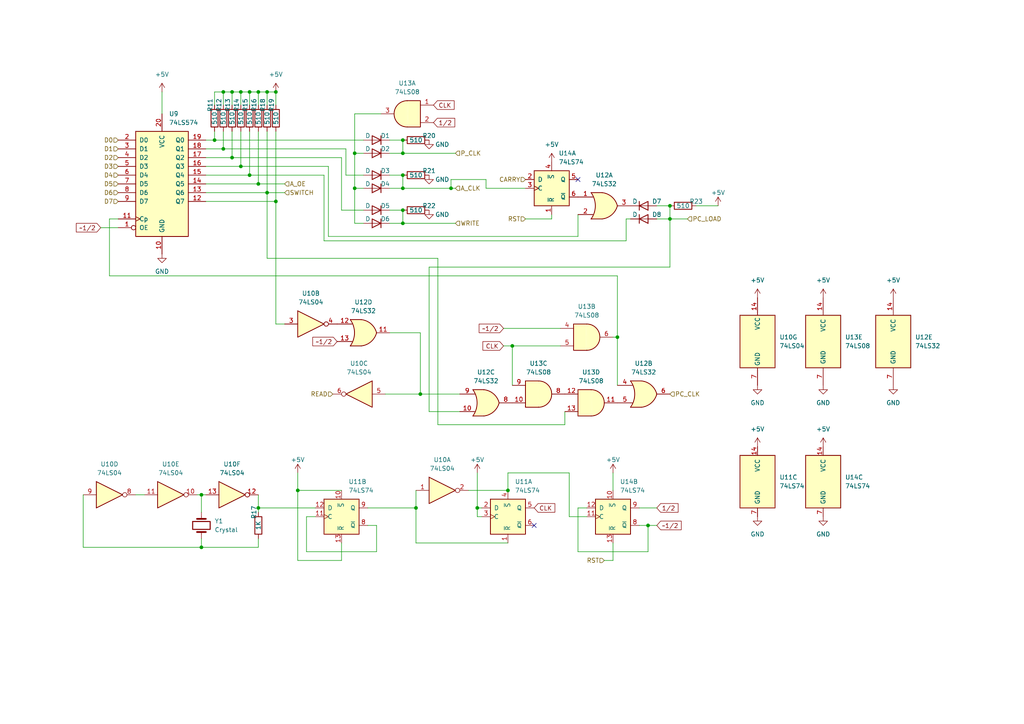
<source format=kicad_sch>
(kicad_sch (version 20211123) (generator eeschema)

  (uuid 2963384c-e370-4fc2-8d13-2d204102f91e)

  (paper "A4")

  (title_block
    (title "Canned ICs")
    (date "2024-08-31")
    (rev "1.2")
    (company "Jipxmaster71")
    (comment 1 "2 ciclos por instrucción, todas las intrucciones tardan 2 ciclos de reloj")
    (comment 2 "Para que funcione a 4 MHz el acceso a la memoria tiene que ser de 125ns o menos")
    (comment 3 "256 Bytes de RAM y 10 instrucciones están disponibles")
    (comment 4 "Se pueden utilizar los chips 74HCxx y/o 74LSxx")
  )

  (lib_symbols
    (symbol "74xx:74LS04" (in_bom yes) (on_board yes)
      (property "Reference" "U" (id 0) (at 0 1.27 0)
        (effects (font (size 1.27 1.27)))
      )
      (property "Value" "74LS04" (id 1) (at 0 -1.27 0)
        (effects (font (size 1.27 1.27)))
      )
      (property "Footprint" "" (id 2) (at 0 0 0)
        (effects (font (size 1.27 1.27)) hide)
      )
      (property "Datasheet" "http://www.ti.com/lit/gpn/sn74LS04" (id 3) (at 0 0 0)
        (effects (font (size 1.27 1.27)) hide)
      )
      (property "ki_locked" "" (id 4) (at 0 0 0)
        (effects (font (size 1.27 1.27)))
      )
      (property "ki_keywords" "TTL not inv" (id 5) (at 0 0 0)
        (effects (font (size 1.27 1.27)) hide)
      )
      (property "ki_description" "Hex Inverter" (id 6) (at 0 0 0)
        (effects (font (size 1.27 1.27)) hide)
      )
      (property "ki_fp_filters" "DIP*W7.62mm* SSOP?14* TSSOP?14*" (id 7) (at 0 0 0)
        (effects (font (size 1.27 1.27)) hide)
      )
      (symbol "74LS04_1_0"
        (polyline
          (pts
            (xy -3.81 3.81)
            (xy -3.81 -3.81)
            (xy 3.81 0)
            (xy -3.81 3.81)
          )
          (stroke (width 0.254) (type default) (color 0 0 0 0))
          (fill (type background))
        )
        (pin input line (at -7.62 0 0) (length 3.81)
          (name "~" (effects (font (size 1.27 1.27))))
          (number "1" (effects (font (size 1.27 1.27))))
        )
        (pin output inverted (at 7.62 0 180) (length 3.81)
          (name "~" (effects (font (size 1.27 1.27))))
          (number "2" (effects (font (size 1.27 1.27))))
        )
      )
      (symbol "74LS04_2_0"
        (polyline
          (pts
            (xy -3.81 3.81)
            (xy -3.81 -3.81)
            (xy 3.81 0)
            (xy -3.81 3.81)
          )
          (stroke (width 0.254) (type default) (color 0 0 0 0))
          (fill (type background))
        )
        (pin input line (at -7.62 0 0) (length 3.81)
          (name "~" (effects (font (size 1.27 1.27))))
          (number "3" (effects (font (size 1.27 1.27))))
        )
        (pin output inverted (at 7.62 0 180) (length 3.81)
          (name "~" (effects (font (size 1.27 1.27))))
          (number "4" (effects (font (size 1.27 1.27))))
        )
      )
      (symbol "74LS04_3_0"
        (polyline
          (pts
            (xy -3.81 3.81)
            (xy -3.81 -3.81)
            (xy 3.81 0)
            (xy -3.81 3.81)
          )
          (stroke (width 0.254) (type default) (color 0 0 0 0))
          (fill (type background))
        )
        (pin input line (at -7.62 0 0) (length 3.81)
          (name "~" (effects (font (size 1.27 1.27))))
          (number "5" (effects (font (size 1.27 1.27))))
        )
        (pin output inverted (at 7.62 0 180) (length 3.81)
          (name "~" (effects (font (size 1.27 1.27))))
          (number "6" (effects (font (size 1.27 1.27))))
        )
      )
      (symbol "74LS04_4_0"
        (polyline
          (pts
            (xy -3.81 3.81)
            (xy -3.81 -3.81)
            (xy 3.81 0)
            (xy -3.81 3.81)
          )
          (stroke (width 0.254) (type default) (color 0 0 0 0))
          (fill (type background))
        )
        (pin output inverted (at 7.62 0 180) (length 3.81)
          (name "~" (effects (font (size 1.27 1.27))))
          (number "8" (effects (font (size 1.27 1.27))))
        )
        (pin input line (at -7.62 0 0) (length 3.81)
          (name "~" (effects (font (size 1.27 1.27))))
          (number "9" (effects (font (size 1.27 1.27))))
        )
      )
      (symbol "74LS04_5_0"
        (polyline
          (pts
            (xy -3.81 3.81)
            (xy -3.81 -3.81)
            (xy 3.81 0)
            (xy -3.81 3.81)
          )
          (stroke (width 0.254) (type default) (color 0 0 0 0))
          (fill (type background))
        )
        (pin output inverted (at 7.62 0 180) (length 3.81)
          (name "~" (effects (font (size 1.27 1.27))))
          (number "10" (effects (font (size 1.27 1.27))))
        )
        (pin input line (at -7.62 0 0) (length 3.81)
          (name "~" (effects (font (size 1.27 1.27))))
          (number "11" (effects (font (size 1.27 1.27))))
        )
      )
      (symbol "74LS04_6_0"
        (polyline
          (pts
            (xy -3.81 3.81)
            (xy -3.81 -3.81)
            (xy 3.81 0)
            (xy -3.81 3.81)
          )
          (stroke (width 0.254) (type default) (color 0 0 0 0))
          (fill (type background))
        )
        (pin output inverted (at 7.62 0 180) (length 3.81)
          (name "~" (effects (font (size 1.27 1.27))))
          (number "12" (effects (font (size 1.27 1.27))))
        )
        (pin input line (at -7.62 0 0) (length 3.81)
          (name "~" (effects (font (size 1.27 1.27))))
          (number "13" (effects (font (size 1.27 1.27))))
        )
      )
      (symbol "74LS04_7_0"
        (pin power_in line (at 0 12.7 270) (length 5.08)
          (name "VCC" (effects (font (size 1.27 1.27))))
          (number "14" (effects (font (size 1.27 1.27))))
        )
        (pin power_in line (at 0 -12.7 90) (length 5.08)
          (name "GND" (effects (font (size 1.27 1.27))))
          (number "7" (effects (font (size 1.27 1.27))))
        )
      )
      (symbol "74LS04_7_1"
        (rectangle (start -5.08 7.62) (end 5.08 -7.62)
          (stroke (width 0.254) (type default) (color 0 0 0 0))
          (fill (type background))
        )
      )
    )
    (symbol "74xx:74LS08" (pin_names (offset 1.016)) (in_bom yes) (on_board yes)
      (property "Reference" "U" (id 0) (at 0 1.27 0)
        (effects (font (size 1.27 1.27)))
      )
      (property "Value" "74LS08" (id 1) (at 0 -1.27 0)
        (effects (font (size 1.27 1.27)))
      )
      (property "Footprint" "" (id 2) (at 0 0 0)
        (effects (font (size 1.27 1.27)) hide)
      )
      (property "Datasheet" "http://www.ti.com/lit/gpn/sn74LS08" (id 3) (at 0 0 0)
        (effects (font (size 1.27 1.27)) hide)
      )
      (property "ki_locked" "" (id 4) (at 0 0 0)
        (effects (font (size 1.27 1.27)))
      )
      (property "ki_keywords" "TTL and2" (id 5) (at 0 0 0)
        (effects (font (size 1.27 1.27)) hide)
      )
      (property "ki_description" "Quad And2" (id 6) (at 0 0 0)
        (effects (font (size 1.27 1.27)) hide)
      )
      (property "ki_fp_filters" "DIP*W7.62mm*" (id 7) (at 0 0 0)
        (effects (font (size 1.27 1.27)) hide)
      )
      (symbol "74LS08_1_1"
        (arc (start 0 -3.81) (mid 3.81 0) (end 0 3.81)
          (stroke (width 0.254) (type default) (color 0 0 0 0))
          (fill (type background))
        )
        (polyline
          (pts
            (xy 0 3.81)
            (xy -3.81 3.81)
            (xy -3.81 -3.81)
            (xy 0 -3.81)
          )
          (stroke (width 0.254) (type default) (color 0 0 0 0))
          (fill (type background))
        )
        (pin input line (at -7.62 2.54 0) (length 3.81)
          (name "~" (effects (font (size 1.27 1.27))))
          (number "1" (effects (font (size 1.27 1.27))))
        )
        (pin input line (at -7.62 -2.54 0) (length 3.81)
          (name "~" (effects (font (size 1.27 1.27))))
          (number "2" (effects (font (size 1.27 1.27))))
        )
        (pin output line (at 7.62 0 180) (length 3.81)
          (name "~" (effects (font (size 1.27 1.27))))
          (number "3" (effects (font (size 1.27 1.27))))
        )
      )
      (symbol "74LS08_1_2"
        (arc (start -3.81 -3.81) (mid -2.589 0) (end -3.81 3.81)
          (stroke (width 0.254) (type default) (color 0 0 0 0))
          (fill (type none))
        )
        (arc (start -0.6096 -3.81) (mid 2.1842 -2.5851) (end 3.81 0)
          (stroke (width 0.254) (type default) (color 0 0 0 0))
          (fill (type background))
        )
        (polyline
          (pts
            (xy -3.81 -3.81)
            (xy -0.635 -3.81)
          )
          (stroke (width 0.254) (type default) (color 0 0 0 0))
          (fill (type background))
        )
        (polyline
          (pts
            (xy -3.81 3.81)
            (xy -0.635 3.81)
          )
          (stroke (width 0.254) (type default) (color 0 0 0 0))
          (fill (type background))
        )
        (polyline
          (pts
            (xy -0.635 3.81)
            (xy -3.81 3.81)
            (xy -3.81 3.81)
            (xy -3.556 3.4036)
            (xy -3.0226 2.2606)
            (xy -2.6924 1.0414)
            (xy -2.6162 -0.254)
            (xy -2.7686 -1.4986)
            (xy -3.175 -2.7178)
            (xy -3.81 -3.81)
            (xy -3.81 -3.81)
            (xy -0.635 -3.81)
          )
          (stroke (width -25.4) (type default) (color 0 0 0 0))
          (fill (type background))
        )
        (arc (start 3.81 0) (mid 2.1915 2.5936) (end -0.6096 3.81)
          (stroke (width 0.254) (type default) (color 0 0 0 0))
          (fill (type background))
        )
        (pin input inverted (at -7.62 2.54 0) (length 4.318)
          (name "~" (effects (font (size 1.27 1.27))))
          (number "1" (effects (font (size 1.27 1.27))))
        )
        (pin input inverted (at -7.62 -2.54 0) (length 4.318)
          (name "~" (effects (font (size 1.27 1.27))))
          (number "2" (effects (font (size 1.27 1.27))))
        )
        (pin output inverted (at 7.62 0 180) (length 3.81)
          (name "~" (effects (font (size 1.27 1.27))))
          (number "3" (effects (font (size 1.27 1.27))))
        )
      )
      (symbol "74LS08_2_1"
        (arc (start 0 -3.81) (mid 3.81 0) (end 0 3.81)
          (stroke (width 0.254) (type default) (color 0 0 0 0))
          (fill (type background))
        )
        (polyline
          (pts
            (xy 0 3.81)
            (xy -3.81 3.81)
            (xy -3.81 -3.81)
            (xy 0 -3.81)
          )
          (stroke (width 0.254) (type default) (color 0 0 0 0))
          (fill (type background))
        )
        (pin input line (at -7.62 2.54 0) (length 3.81)
          (name "~" (effects (font (size 1.27 1.27))))
          (number "4" (effects (font (size 1.27 1.27))))
        )
        (pin input line (at -7.62 -2.54 0) (length 3.81)
          (name "~" (effects (font (size 1.27 1.27))))
          (number "5" (effects (font (size 1.27 1.27))))
        )
        (pin output line (at 7.62 0 180) (length 3.81)
          (name "~" (effects (font (size 1.27 1.27))))
          (number "6" (effects (font (size 1.27 1.27))))
        )
      )
      (symbol "74LS08_2_2"
        (arc (start -3.81 -3.81) (mid -2.589 0) (end -3.81 3.81)
          (stroke (width 0.254) (type default) (color 0 0 0 0))
          (fill (type none))
        )
        (arc (start -0.6096 -3.81) (mid 2.1842 -2.5851) (end 3.81 0)
          (stroke (width 0.254) (type default) (color 0 0 0 0))
          (fill (type background))
        )
        (polyline
          (pts
            (xy -3.81 -3.81)
            (xy -0.635 -3.81)
          )
          (stroke (width 0.254) (type default) (color 0 0 0 0))
          (fill (type background))
        )
        (polyline
          (pts
            (xy -3.81 3.81)
            (xy -0.635 3.81)
          )
          (stroke (width 0.254) (type default) (color 0 0 0 0))
          (fill (type background))
        )
        (polyline
          (pts
            (xy -0.635 3.81)
            (xy -3.81 3.81)
            (xy -3.81 3.81)
            (xy -3.556 3.4036)
            (xy -3.0226 2.2606)
            (xy -2.6924 1.0414)
            (xy -2.6162 -0.254)
            (xy -2.7686 -1.4986)
            (xy -3.175 -2.7178)
            (xy -3.81 -3.81)
            (xy -3.81 -3.81)
            (xy -0.635 -3.81)
          )
          (stroke (width -25.4) (type default) (color 0 0 0 0))
          (fill (type background))
        )
        (arc (start 3.81 0) (mid 2.1915 2.5936) (end -0.6096 3.81)
          (stroke (width 0.254) (type default) (color 0 0 0 0))
          (fill (type background))
        )
        (pin input inverted (at -7.62 2.54 0) (length 4.318)
          (name "~" (effects (font (size 1.27 1.27))))
          (number "4" (effects (font (size 1.27 1.27))))
        )
        (pin input inverted (at -7.62 -2.54 0) (length 4.318)
          (name "~" (effects (font (size 1.27 1.27))))
          (number "5" (effects (font (size 1.27 1.27))))
        )
        (pin output inverted (at 7.62 0 180) (length 3.81)
          (name "~" (effects (font (size 1.27 1.27))))
          (number "6" (effects (font (size 1.27 1.27))))
        )
      )
      (symbol "74LS08_3_1"
        (arc (start 0 -3.81) (mid 3.81 0) (end 0 3.81)
          (stroke (width 0.254) (type default) (color 0 0 0 0))
          (fill (type background))
        )
        (polyline
          (pts
            (xy 0 3.81)
            (xy -3.81 3.81)
            (xy -3.81 -3.81)
            (xy 0 -3.81)
          )
          (stroke (width 0.254) (type default) (color 0 0 0 0))
          (fill (type background))
        )
        (pin input line (at -7.62 -2.54 0) (length 3.81)
          (name "~" (effects (font (size 1.27 1.27))))
          (number "10" (effects (font (size 1.27 1.27))))
        )
        (pin output line (at 7.62 0 180) (length 3.81)
          (name "~" (effects (font (size 1.27 1.27))))
          (number "8" (effects (font (size 1.27 1.27))))
        )
        (pin input line (at -7.62 2.54 0) (length 3.81)
          (name "~" (effects (font (size 1.27 1.27))))
          (number "9" (effects (font (size 1.27 1.27))))
        )
      )
      (symbol "74LS08_3_2"
        (arc (start -3.81 -3.81) (mid -2.589 0) (end -3.81 3.81)
          (stroke (width 0.254) (type default) (color 0 0 0 0))
          (fill (type none))
        )
        (arc (start -0.6096 -3.81) (mid 2.1842 -2.5851) (end 3.81 0)
          (stroke (width 0.254) (type default) (color 0 0 0 0))
          (fill (type background))
        )
        (polyline
          (pts
            (xy -3.81 -3.81)
            (xy -0.635 -3.81)
          )
          (stroke (width 0.254) (type default) (color 0 0 0 0))
          (fill (type background))
        )
        (polyline
          (pts
            (xy -3.81 3.81)
            (xy -0.635 3.81)
          )
          (stroke (width 0.254) (type default) (color 0 0 0 0))
          (fill (type background))
        )
        (polyline
          (pts
            (xy -0.635 3.81)
            (xy -3.81 3.81)
            (xy -3.81 3.81)
            (xy -3.556 3.4036)
            (xy -3.0226 2.2606)
            (xy -2.6924 1.0414)
            (xy -2.6162 -0.254)
            (xy -2.7686 -1.4986)
            (xy -3.175 -2.7178)
            (xy -3.81 -3.81)
            (xy -3.81 -3.81)
            (xy -0.635 -3.81)
          )
          (stroke (width -25.4) (type default) (color 0 0 0 0))
          (fill (type background))
        )
        (arc (start 3.81 0) (mid 2.1915 2.5936) (end -0.6096 3.81)
          (stroke (width 0.254) (type default) (color 0 0 0 0))
          (fill (type background))
        )
        (pin input inverted (at -7.62 -2.54 0) (length 4.318)
          (name "~" (effects (font (size 1.27 1.27))))
          (number "10" (effects (font (size 1.27 1.27))))
        )
        (pin output inverted (at 7.62 0 180) (length 3.81)
          (name "~" (effects (font (size 1.27 1.27))))
          (number "8" (effects (font (size 1.27 1.27))))
        )
        (pin input inverted (at -7.62 2.54 0) (length 4.318)
          (name "~" (effects (font (size 1.27 1.27))))
          (number "9" (effects (font (size 1.27 1.27))))
        )
      )
      (symbol "74LS08_4_1"
        (arc (start 0 -3.81) (mid 3.81 0) (end 0 3.81)
          (stroke (width 0.254) (type default) (color 0 0 0 0))
          (fill (type background))
        )
        (polyline
          (pts
            (xy 0 3.81)
            (xy -3.81 3.81)
            (xy -3.81 -3.81)
            (xy 0 -3.81)
          )
          (stroke (width 0.254) (type default) (color 0 0 0 0))
          (fill (type background))
        )
        (pin output line (at 7.62 0 180) (length 3.81)
          (name "~" (effects (font (size 1.27 1.27))))
          (number "11" (effects (font (size 1.27 1.27))))
        )
        (pin input line (at -7.62 2.54 0) (length 3.81)
          (name "~" (effects (font (size 1.27 1.27))))
          (number "12" (effects (font (size 1.27 1.27))))
        )
        (pin input line (at -7.62 -2.54 0) (length 3.81)
          (name "~" (effects (font (size 1.27 1.27))))
          (number "13" (effects (font (size 1.27 1.27))))
        )
      )
      (symbol "74LS08_4_2"
        (arc (start -3.81 -3.81) (mid -2.589 0) (end -3.81 3.81)
          (stroke (width 0.254) (type default) (color 0 0 0 0))
          (fill (type none))
        )
        (arc (start -0.6096 -3.81) (mid 2.1842 -2.5851) (end 3.81 0)
          (stroke (width 0.254) (type default) (color 0 0 0 0))
          (fill (type background))
        )
        (polyline
          (pts
            (xy -3.81 -3.81)
            (xy -0.635 -3.81)
          )
          (stroke (width 0.254) (type default) (color 0 0 0 0))
          (fill (type background))
        )
        (polyline
          (pts
            (xy -3.81 3.81)
            (xy -0.635 3.81)
          )
          (stroke (width 0.254) (type default) (color 0 0 0 0))
          (fill (type background))
        )
        (polyline
          (pts
            (xy -0.635 3.81)
            (xy -3.81 3.81)
            (xy -3.81 3.81)
            (xy -3.556 3.4036)
            (xy -3.0226 2.2606)
            (xy -2.6924 1.0414)
            (xy -2.6162 -0.254)
            (xy -2.7686 -1.4986)
            (xy -3.175 -2.7178)
            (xy -3.81 -3.81)
            (xy -3.81 -3.81)
            (xy -0.635 -3.81)
          )
          (stroke (width -25.4) (type default) (color 0 0 0 0))
          (fill (type background))
        )
        (arc (start 3.81 0) (mid 2.1915 2.5936) (end -0.6096 3.81)
          (stroke (width 0.254) (type default) (color 0 0 0 0))
          (fill (type background))
        )
        (pin output inverted (at 7.62 0 180) (length 3.81)
          (name "~" (effects (font (size 1.27 1.27))))
          (number "11" (effects (font (size 1.27 1.27))))
        )
        (pin input inverted (at -7.62 2.54 0) (length 4.318)
          (name "~" (effects (font (size 1.27 1.27))))
          (number "12" (effects (font (size 1.27 1.27))))
        )
        (pin input inverted (at -7.62 -2.54 0) (length 4.318)
          (name "~" (effects (font (size 1.27 1.27))))
          (number "13" (effects (font (size 1.27 1.27))))
        )
      )
      (symbol "74LS08_5_0"
        (pin power_in line (at 0 12.7 270) (length 5.08)
          (name "VCC" (effects (font (size 1.27 1.27))))
          (number "14" (effects (font (size 1.27 1.27))))
        )
        (pin power_in line (at 0 -12.7 90) (length 5.08)
          (name "GND" (effects (font (size 1.27 1.27))))
          (number "7" (effects (font (size 1.27 1.27))))
        )
      )
      (symbol "74LS08_5_1"
        (rectangle (start -5.08 7.62) (end 5.08 -7.62)
          (stroke (width 0.254) (type default) (color 0 0 0 0))
          (fill (type background))
        )
      )
    )
    (symbol "74xx:74LS32" (pin_names (offset 1.016)) (in_bom yes) (on_board yes)
      (property "Reference" "U" (id 0) (at 0 1.27 0)
        (effects (font (size 1.27 1.27)))
      )
      (property "Value" "74LS32" (id 1) (at 0 -1.27 0)
        (effects (font (size 1.27 1.27)))
      )
      (property "Footprint" "" (id 2) (at 0 0 0)
        (effects (font (size 1.27 1.27)) hide)
      )
      (property "Datasheet" "http://www.ti.com/lit/gpn/sn74LS32" (id 3) (at 0 0 0)
        (effects (font (size 1.27 1.27)) hide)
      )
      (property "ki_locked" "" (id 4) (at 0 0 0)
        (effects (font (size 1.27 1.27)))
      )
      (property "ki_keywords" "TTL Or2" (id 5) (at 0 0 0)
        (effects (font (size 1.27 1.27)) hide)
      )
      (property "ki_description" "Quad 2-input OR" (id 6) (at 0 0 0)
        (effects (font (size 1.27 1.27)) hide)
      )
      (property "ki_fp_filters" "DIP?14*" (id 7) (at 0 0 0)
        (effects (font (size 1.27 1.27)) hide)
      )
      (symbol "74LS32_1_1"
        (arc (start -3.81 -3.81) (mid -2.589 0) (end -3.81 3.81)
          (stroke (width 0.254) (type default) (color 0 0 0 0))
          (fill (type none))
        )
        (arc (start -0.6096 -3.81) (mid 2.1842 -2.5851) (end 3.81 0)
          (stroke (width 0.254) (type default) (color 0 0 0 0))
          (fill (type background))
        )
        (polyline
          (pts
            (xy -3.81 -3.81)
            (xy -0.635 -3.81)
          )
          (stroke (width 0.254) (type default) (color 0 0 0 0))
          (fill (type background))
        )
        (polyline
          (pts
            (xy -3.81 3.81)
            (xy -0.635 3.81)
          )
          (stroke (width 0.254) (type default) (color 0 0 0 0))
          (fill (type background))
        )
        (polyline
          (pts
            (xy -0.635 3.81)
            (xy -3.81 3.81)
            (xy -3.81 3.81)
            (xy -3.556 3.4036)
            (xy -3.0226 2.2606)
            (xy -2.6924 1.0414)
            (xy -2.6162 -0.254)
            (xy -2.7686 -1.4986)
            (xy -3.175 -2.7178)
            (xy -3.81 -3.81)
            (xy -3.81 -3.81)
            (xy -0.635 -3.81)
          )
          (stroke (width -25.4) (type default) (color 0 0 0 0))
          (fill (type background))
        )
        (arc (start 3.81 0) (mid 2.1915 2.5936) (end -0.6096 3.81)
          (stroke (width 0.254) (type default) (color 0 0 0 0))
          (fill (type background))
        )
        (pin input line (at -7.62 2.54 0) (length 4.318)
          (name "~" (effects (font (size 1.27 1.27))))
          (number "1" (effects (font (size 1.27 1.27))))
        )
        (pin input line (at -7.62 -2.54 0) (length 4.318)
          (name "~" (effects (font (size 1.27 1.27))))
          (number "2" (effects (font (size 1.27 1.27))))
        )
        (pin output line (at 7.62 0 180) (length 3.81)
          (name "~" (effects (font (size 1.27 1.27))))
          (number "3" (effects (font (size 1.27 1.27))))
        )
      )
      (symbol "74LS32_1_2"
        (arc (start 0 -3.81) (mid 3.81 0) (end 0 3.81)
          (stroke (width 0.254) (type default) (color 0 0 0 0))
          (fill (type background))
        )
        (polyline
          (pts
            (xy 0 3.81)
            (xy -3.81 3.81)
            (xy -3.81 -3.81)
            (xy 0 -3.81)
          )
          (stroke (width 0.254) (type default) (color 0 0 0 0))
          (fill (type background))
        )
        (pin input inverted (at -7.62 2.54 0) (length 3.81)
          (name "~" (effects (font (size 1.27 1.27))))
          (number "1" (effects (font (size 1.27 1.27))))
        )
        (pin input inverted (at -7.62 -2.54 0) (length 3.81)
          (name "~" (effects (font (size 1.27 1.27))))
          (number "2" (effects (font (size 1.27 1.27))))
        )
        (pin output inverted (at 7.62 0 180) (length 3.81)
          (name "~" (effects (font (size 1.27 1.27))))
          (number "3" (effects (font (size 1.27 1.27))))
        )
      )
      (symbol "74LS32_2_1"
        (arc (start -3.81 -3.81) (mid -2.589 0) (end -3.81 3.81)
          (stroke (width 0.254) (type default) (color 0 0 0 0))
          (fill (type none))
        )
        (arc (start -0.6096 -3.81) (mid 2.1842 -2.5851) (end 3.81 0)
          (stroke (width 0.254) (type default) (color 0 0 0 0))
          (fill (type background))
        )
        (polyline
          (pts
            (xy -3.81 -3.81)
            (xy -0.635 -3.81)
          )
          (stroke (width 0.254) (type default) (color 0 0 0 0))
          (fill (type background))
        )
        (polyline
          (pts
            (xy -3.81 3.81)
            (xy -0.635 3.81)
          )
          (stroke (width 0.254) (type default) (color 0 0 0 0))
          (fill (type background))
        )
        (polyline
          (pts
            (xy -0.635 3.81)
            (xy -3.81 3.81)
            (xy -3.81 3.81)
            (xy -3.556 3.4036)
            (xy -3.0226 2.2606)
            (xy -2.6924 1.0414)
            (xy -2.6162 -0.254)
            (xy -2.7686 -1.4986)
            (xy -3.175 -2.7178)
            (xy -3.81 -3.81)
            (xy -3.81 -3.81)
            (xy -0.635 -3.81)
          )
          (stroke (width -25.4) (type default) (color 0 0 0 0))
          (fill (type background))
        )
        (arc (start 3.81 0) (mid 2.1915 2.5936) (end -0.6096 3.81)
          (stroke (width 0.254) (type default) (color 0 0 0 0))
          (fill (type background))
        )
        (pin input line (at -7.62 2.54 0) (length 4.318)
          (name "~" (effects (font (size 1.27 1.27))))
          (number "4" (effects (font (size 1.27 1.27))))
        )
        (pin input line (at -7.62 -2.54 0) (length 4.318)
          (name "~" (effects (font (size 1.27 1.27))))
          (number "5" (effects (font (size 1.27 1.27))))
        )
        (pin output line (at 7.62 0 180) (length 3.81)
          (name "~" (effects (font (size 1.27 1.27))))
          (number "6" (effects (font (size 1.27 1.27))))
        )
      )
      (symbol "74LS32_2_2"
        (arc (start 0 -3.81) (mid 3.81 0) (end 0 3.81)
          (stroke (width 0.254) (type default) (color 0 0 0 0))
          (fill (type background))
        )
        (polyline
          (pts
            (xy 0 3.81)
            (xy -3.81 3.81)
            (xy -3.81 -3.81)
            (xy 0 -3.81)
          )
          (stroke (width 0.254) (type default) (color 0 0 0 0))
          (fill (type background))
        )
        (pin input inverted (at -7.62 2.54 0) (length 3.81)
          (name "~" (effects (font (size 1.27 1.27))))
          (number "4" (effects (font (size 1.27 1.27))))
        )
        (pin input inverted (at -7.62 -2.54 0) (length 3.81)
          (name "~" (effects (font (size 1.27 1.27))))
          (number "5" (effects (font (size 1.27 1.27))))
        )
        (pin output inverted (at 7.62 0 180) (length 3.81)
          (name "~" (effects (font (size 1.27 1.27))))
          (number "6" (effects (font (size 1.27 1.27))))
        )
      )
      (symbol "74LS32_3_1"
        (arc (start -3.81 -3.81) (mid -2.589 0) (end -3.81 3.81)
          (stroke (width 0.254) (type default) (color 0 0 0 0))
          (fill (type none))
        )
        (arc (start -0.6096 -3.81) (mid 2.1842 -2.5851) (end 3.81 0)
          (stroke (width 0.254) (type default) (color 0 0 0 0))
          (fill (type background))
        )
        (polyline
          (pts
            (xy -3.81 -3.81)
            (xy -0.635 -3.81)
          )
          (stroke (width 0.254) (type default) (color 0 0 0 0))
          (fill (type background))
        )
        (polyline
          (pts
            (xy -3.81 3.81)
            (xy -0.635 3.81)
          )
          (stroke (width 0.254) (type default) (color 0 0 0 0))
          (fill (type background))
        )
        (polyline
          (pts
            (xy -0.635 3.81)
            (xy -3.81 3.81)
            (xy -3.81 3.81)
            (xy -3.556 3.4036)
            (xy -3.0226 2.2606)
            (xy -2.6924 1.0414)
            (xy -2.6162 -0.254)
            (xy -2.7686 -1.4986)
            (xy -3.175 -2.7178)
            (xy -3.81 -3.81)
            (xy -3.81 -3.81)
            (xy -0.635 -3.81)
          )
          (stroke (width -25.4) (type default) (color 0 0 0 0))
          (fill (type background))
        )
        (arc (start 3.81 0) (mid 2.1915 2.5936) (end -0.6096 3.81)
          (stroke (width 0.254) (type default) (color 0 0 0 0))
          (fill (type background))
        )
        (pin input line (at -7.62 -2.54 0) (length 4.318)
          (name "~" (effects (font (size 1.27 1.27))))
          (number "10" (effects (font (size 1.27 1.27))))
        )
        (pin output line (at 7.62 0 180) (length 3.81)
          (name "~" (effects (font (size 1.27 1.27))))
          (number "8" (effects (font (size 1.27 1.27))))
        )
        (pin input line (at -7.62 2.54 0) (length 4.318)
          (name "~" (effects (font (size 1.27 1.27))))
          (number "9" (effects (font (size 1.27 1.27))))
        )
      )
      (symbol "74LS32_3_2"
        (arc (start 0 -3.81) (mid 3.81 0) (end 0 3.81)
          (stroke (width 0.254) (type default) (color 0 0 0 0))
          (fill (type background))
        )
        (polyline
          (pts
            (xy 0 3.81)
            (xy -3.81 3.81)
            (xy -3.81 -3.81)
            (xy 0 -3.81)
          )
          (stroke (width 0.254) (type default) (color 0 0 0 0))
          (fill (type background))
        )
        (pin input inverted (at -7.62 -2.54 0) (length 3.81)
          (name "~" (effects (font (size 1.27 1.27))))
          (number "10" (effects (font (size 1.27 1.27))))
        )
        (pin output inverted (at 7.62 0 180) (length 3.81)
          (name "~" (effects (font (size 1.27 1.27))))
          (number "8" (effects (font (size 1.27 1.27))))
        )
        (pin input inverted (at -7.62 2.54 0) (length 3.81)
          (name "~" (effects (font (size 1.27 1.27))))
          (number "9" (effects (font (size 1.27 1.27))))
        )
      )
      (symbol "74LS32_4_1"
        (arc (start -3.81 -3.81) (mid -2.589 0) (end -3.81 3.81)
          (stroke (width 0.254) (type default) (color 0 0 0 0))
          (fill (type none))
        )
        (arc (start -0.6096 -3.81) (mid 2.1842 -2.5851) (end 3.81 0)
          (stroke (width 0.254) (type default) (color 0 0 0 0))
          (fill (type background))
        )
        (polyline
          (pts
            (xy -3.81 -3.81)
            (xy -0.635 -3.81)
          )
          (stroke (width 0.254) (type default) (color 0 0 0 0))
          (fill (type background))
        )
        (polyline
          (pts
            (xy -3.81 3.81)
            (xy -0.635 3.81)
          )
          (stroke (width 0.254) (type default) (color 0 0 0 0))
          (fill (type background))
        )
        (polyline
          (pts
            (xy -0.635 3.81)
            (xy -3.81 3.81)
            (xy -3.81 3.81)
            (xy -3.556 3.4036)
            (xy -3.0226 2.2606)
            (xy -2.6924 1.0414)
            (xy -2.6162 -0.254)
            (xy -2.7686 -1.4986)
            (xy -3.175 -2.7178)
            (xy -3.81 -3.81)
            (xy -3.81 -3.81)
            (xy -0.635 -3.81)
          )
          (stroke (width -25.4) (type default) (color 0 0 0 0))
          (fill (type background))
        )
        (arc (start 3.81 0) (mid 2.1915 2.5936) (end -0.6096 3.81)
          (stroke (width 0.254) (type default) (color 0 0 0 0))
          (fill (type background))
        )
        (pin output line (at 7.62 0 180) (length 3.81)
          (name "~" (effects (font (size 1.27 1.27))))
          (number "11" (effects (font (size 1.27 1.27))))
        )
        (pin input line (at -7.62 2.54 0) (length 4.318)
          (name "~" (effects (font (size 1.27 1.27))))
          (number "12" (effects (font (size 1.27 1.27))))
        )
        (pin input line (at -7.62 -2.54 0) (length 4.318)
          (name "~" (effects (font (size 1.27 1.27))))
          (number "13" (effects (font (size 1.27 1.27))))
        )
      )
      (symbol "74LS32_4_2"
        (arc (start 0 -3.81) (mid 3.81 0) (end 0 3.81)
          (stroke (width 0.254) (type default) (color 0 0 0 0))
          (fill (type background))
        )
        (polyline
          (pts
            (xy 0 3.81)
            (xy -3.81 3.81)
            (xy -3.81 -3.81)
            (xy 0 -3.81)
          )
          (stroke (width 0.254) (type default) (color 0 0 0 0))
          (fill (type background))
        )
        (pin output inverted (at 7.62 0 180) (length 3.81)
          (name "~" (effects (font (size 1.27 1.27))))
          (number "11" (effects (font (size 1.27 1.27))))
        )
        (pin input inverted (at -7.62 2.54 0) (length 3.81)
          (name "~" (effects (font (size 1.27 1.27))))
          (number "12" (effects (font (size 1.27 1.27))))
        )
        (pin input inverted (at -7.62 -2.54 0) (length 3.81)
          (name "~" (effects (font (size 1.27 1.27))))
          (number "13" (effects (font (size 1.27 1.27))))
        )
      )
      (symbol "74LS32_5_0"
        (pin power_in line (at 0 12.7 270) (length 5.08)
          (name "VCC" (effects (font (size 1.27 1.27))))
          (number "14" (effects (font (size 1.27 1.27))))
        )
        (pin power_in line (at 0 -12.7 90) (length 5.08)
          (name "GND" (effects (font (size 1.27 1.27))))
          (number "7" (effects (font (size 1.27 1.27))))
        )
      )
      (symbol "74LS32_5_1"
        (rectangle (start -5.08 7.62) (end 5.08 -7.62)
          (stroke (width 0.254) (type default) (color 0 0 0 0))
          (fill (type background))
        )
      )
    )
    (symbol "74xx:74LS574" (pin_names (offset 1.016)) (in_bom yes) (on_board yes)
      (property "Reference" "U" (id 0) (at -7.62 16.51 0)
        (effects (font (size 1.27 1.27)))
      )
      (property "Value" "74LS574" (id 1) (at -7.62 -16.51 0)
        (effects (font (size 1.27 1.27)))
      )
      (property "Footprint" "" (id 2) (at 0 0 0)
        (effects (font (size 1.27 1.27)) hide)
      )
      (property "Datasheet" "http://www.ti.com/lit/gpn/sn74LS574" (id 3) (at 0 0 0)
        (effects (font (size 1.27 1.27)) hide)
      )
      (property "ki_locked" "" (id 4) (at 0 0 0)
        (effects (font (size 1.27 1.27)))
      )
      (property "ki_keywords" "TTL REG DFF DFF8 3State" (id 5) (at 0 0 0)
        (effects (font (size 1.27 1.27)) hide)
      )
      (property "ki_description" "8-bit Register, 3-state outputs" (id 6) (at 0 0 0)
        (effects (font (size 1.27 1.27)) hide)
      )
      (property "ki_fp_filters" "DIP?20*" (id 7) (at 0 0 0)
        (effects (font (size 1.27 1.27)) hide)
      )
      (symbol "74LS574_1_0"
        (pin input inverted (at -12.7 -12.7 0) (length 5.08)
          (name "OE" (effects (font (size 1.27 1.27))))
          (number "1" (effects (font (size 1.27 1.27))))
        )
        (pin power_in line (at 0 -20.32 90) (length 5.08)
          (name "GND" (effects (font (size 1.27 1.27))))
          (number "10" (effects (font (size 1.27 1.27))))
        )
        (pin input clock (at -12.7 -10.16 0) (length 5.08)
          (name "Cp" (effects (font (size 1.27 1.27))))
          (number "11" (effects (font (size 1.27 1.27))))
        )
        (pin tri_state line (at 12.7 -5.08 180) (length 5.08)
          (name "Q7" (effects (font (size 1.27 1.27))))
          (number "12" (effects (font (size 1.27 1.27))))
        )
        (pin tri_state line (at 12.7 -2.54 180) (length 5.08)
          (name "Q6" (effects (font (size 1.27 1.27))))
          (number "13" (effects (font (size 1.27 1.27))))
        )
        (pin tri_state line (at 12.7 0 180) (length 5.08)
          (name "Q5" (effects (font (size 1.27 1.27))))
          (number "14" (effects (font (size 1.27 1.27))))
        )
        (pin tri_state line (at 12.7 2.54 180) (length 5.08)
          (name "Q4" (effects (font (size 1.27 1.27))))
          (number "15" (effects (font (size 1.27 1.27))))
        )
        (pin tri_state line (at 12.7 5.08 180) (length 5.08)
          (name "Q3" (effects (font (size 1.27 1.27))))
          (number "16" (effects (font (size 1.27 1.27))))
        )
        (pin tri_state line (at 12.7 7.62 180) (length 5.08)
          (name "Q2" (effects (font (size 1.27 1.27))))
          (number "17" (effects (font (size 1.27 1.27))))
        )
        (pin tri_state line (at 12.7 10.16 180) (length 5.08)
          (name "Q1" (effects (font (size 1.27 1.27))))
          (number "18" (effects (font (size 1.27 1.27))))
        )
        (pin tri_state line (at 12.7 12.7 180) (length 5.08)
          (name "Q0" (effects (font (size 1.27 1.27))))
          (number "19" (effects (font (size 1.27 1.27))))
        )
        (pin input line (at -12.7 12.7 0) (length 5.08)
          (name "D0" (effects (font (size 1.27 1.27))))
          (number "2" (effects (font (size 1.27 1.27))))
        )
        (pin power_in line (at 0 20.32 270) (length 5.08)
          (name "VCC" (effects (font (size 1.27 1.27))))
          (number "20" (effects (font (size 1.27 1.27))))
        )
        (pin input line (at -12.7 10.16 0) (length 5.08)
          (name "D1" (effects (font (size 1.27 1.27))))
          (number "3" (effects (font (size 1.27 1.27))))
        )
        (pin input line (at -12.7 7.62 0) (length 5.08)
          (name "D2" (effects (font (size 1.27 1.27))))
          (number "4" (effects (font (size 1.27 1.27))))
        )
        (pin input line (at -12.7 5.08 0) (length 5.08)
          (name "D3" (effects (font (size 1.27 1.27))))
          (number "5" (effects (font (size 1.27 1.27))))
        )
        (pin input line (at -12.7 2.54 0) (length 5.08)
          (name "D4" (effects (font (size 1.27 1.27))))
          (number "6" (effects (font (size 1.27 1.27))))
        )
        (pin input line (at -12.7 0 0) (length 5.08)
          (name "D5" (effects (font (size 1.27 1.27))))
          (number "7" (effects (font (size 1.27 1.27))))
        )
        (pin input line (at -12.7 -2.54 0) (length 5.08)
          (name "D6" (effects (font (size 1.27 1.27))))
          (number "8" (effects (font (size 1.27 1.27))))
        )
        (pin input line (at -12.7 -5.08 0) (length 5.08)
          (name "D7" (effects (font (size 1.27 1.27))))
          (number "9" (effects (font (size 1.27 1.27))))
        )
      )
      (symbol "74LS574_1_1"
        (rectangle (start -7.62 15.24) (end 7.62 -15.24)
          (stroke (width 0.254) (type default) (color 0 0 0 0))
          (fill (type background))
        )
      )
    )
    (symbol "74xx:74LS74" (pin_names (offset 1.016)) (in_bom yes) (on_board yes)
      (property "Reference" "U" (id 0) (at -7.62 8.89 0)
        (effects (font (size 1.27 1.27)))
      )
      (property "Value" "74LS74" (id 1) (at -7.62 -8.89 0)
        (effects (font (size 1.27 1.27)))
      )
      (property "Footprint" "" (id 2) (at 0 0 0)
        (effects (font (size 1.27 1.27)) hide)
      )
      (property "Datasheet" "74xx/74hc_hct74.pdf" (id 3) (at 0 0 0)
        (effects (font (size 1.27 1.27)) hide)
      )
      (property "ki_locked" "" (id 4) (at 0 0 0)
        (effects (font (size 1.27 1.27)))
      )
      (property "ki_keywords" "TTL DFF" (id 5) (at 0 0 0)
        (effects (font (size 1.27 1.27)) hide)
      )
      (property "ki_description" "Dual D Flip-flop, Set & Reset" (id 6) (at 0 0 0)
        (effects (font (size 1.27 1.27)) hide)
      )
      (property "ki_fp_filters" "DIP*W7.62mm*" (id 7) (at 0 0 0)
        (effects (font (size 1.27 1.27)) hide)
      )
      (symbol "74LS74_1_0"
        (pin input line (at 0 -7.62 90) (length 2.54)
          (name "~{R}" (effects (font (size 1.27 1.27))))
          (number "1" (effects (font (size 1.27 1.27))))
        )
        (pin input line (at -7.62 2.54 0) (length 2.54)
          (name "D" (effects (font (size 1.27 1.27))))
          (number "2" (effects (font (size 1.27 1.27))))
        )
        (pin input clock (at -7.62 0 0) (length 2.54)
          (name "C" (effects (font (size 1.27 1.27))))
          (number "3" (effects (font (size 1.27 1.27))))
        )
        (pin input line (at 0 7.62 270) (length 2.54)
          (name "~{S}" (effects (font (size 1.27 1.27))))
          (number "4" (effects (font (size 1.27 1.27))))
        )
        (pin output line (at 7.62 2.54 180) (length 2.54)
          (name "Q" (effects (font (size 1.27 1.27))))
          (number "5" (effects (font (size 1.27 1.27))))
        )
        (pin output line (at 7.62 -2.54 180) (length 2.54)
          (name "~{Q}" (effects (font (size 1.27 1.27))))
          (number "6" (effects (font (size 1.27 1.27))))
        )
      )
      (symbol "74LS74_1_1"
        (rectangle (start -5.08 5.08) (end 5.08 -5.08)
          (stroke (width 0.254) (type default) (color 0 0 0 0))
          (fill (type background))
        )
      )
      (symbol "74LS74_2_0"
        (pin input line (at 0 7.62 270) (length 2.54)
          (name "~{S}" (effects (font (size 1.27 1.27))))
          (number "10" (effects (font (size 1.27 1.27))))
        )
        (pin input clock (at -7.62 0 0) (length 2.54)
          (name "C" (effects (font (size 1.27 1.27))))
          (number "11" (effects (font (size 1.27 1.27))))
        )
        (pin input line (at -7.62 2.54 0) (length 2.54)
          (name "D" (effects (font (size 1.27 1.27))))
          (number "12" (effects (font (size 1.27 1.27))))
        )
        (pin input line (at 0 -7.62 90) (length 2.54)
          (name "~{R}" (effects (font (size 1.27 1.27))))
          (number "13" (effects (font (size 1.27 1.27))))
        )
        (pin output line (at 7.62 -2.54 180) (length 2.54)
          (name "~{Q}" (effects (font (size 1.27 1.27))))
          (number "8" (effects (font (size 1.27 1.27))))
        )
        (pin output line (at 7.62 2.54 180) (length 2.54)
          (name "Q" (effects (font (size 1.27 1.27))))
          (number "9" (effects (font (size 1.27 1.27))))
        )
      )
      (symbol "74LS74_2_1"
        (rectangle (start -5.08 5.08) (end 5.08 -5.08)
          (stroke (width 0.254) (type default) (color 0 0 0 0))
          (fill (type background))
        )
      )
      (symbol "74LS74_3_0"
        (pin power_in line (at 0 10.16 270) (length 2.54)
          (name "VCC" (effects (font (size 1.27 1.27))))
          (number "14" (effects (font (size 1.27 1.27))))
        )
        (pin power_in line (at 0 -10.16 90) (length 2.54)
          (name "GND" (effects (font (size 1.27 1.27))))
          (number "7" (effects (font (size 1.27 1.27))))
        )
      )
      (symbol "74LS74_3_1"
        (rectangle (start -5.08 7.62) (end 5.08 -7.62)
          (stroke (width 0.254) (type default) (color 0 0 0 0))
          (fill (type background))
        )
      )
    )
    (symbol "Device:Crystal" (pin_numbers hide) (pin_names (offset 1.016) hide) (in_bom yes) (on_board yes)
      (property "Reference" "Y" (id 0) (at 0 3.81 0)
        (effects (font (size 1.27 1.27)))
      )
      (property "Value" "Crystal" (id 1) (at 0 -3.81 0)
        (effects (font (size 1.27 1.27)))
      )
      (property "Footprint" "" (id 2) (at 0 0 0)
        (effects (font (size 1.27 1.27)) hide)
      )
      (property "Datasheet" "~" (id 3) (at 0 0 0)
        (effects (font (size 1.27 1.27)) hide)
      )
      (property "ki_keywords" "quartz ceramic resonator oscillator" (id 4) (at 0 0 0)
        (effects (font (size 1.27 1.27)) hide)
      )
      (property "ki_description" "Two pin crystal" (id 5) (at 0 0 0)
        (effects (font (size 1.27 1.27)) hide)
      )
      (property "ki_fp_filters" "Crystal*" (id 6) (at 0 0 0)
        (effects (font (size 1.27 1.27)) hide)
      )
      (symbol "Crystal_0_1"
        (rectangle (start -1.143 2.54) (end 1.143 -2.54)
          (stroke (width 0.3048) (type default) (color 0 0 0 0))
          (fill (type none))
        )
        (polyline
          (pts
            (xy -2.54 0)
            (xy -1.905 0)
          )
          (stroke (width 0) (type default) (color 0 0 0 0))
          (fill (type none))
        )
        (polyline
          (pts
            (xy -1.905 -1.27)
            (xy -1.905 1.27)
          )
          (stroke (width 0.508) (type default) (color 0 0 0 0))
          (fill (type none))
        )
        (polyline
          (pts
            (xy 1.905 -1.27)
            (xy 1.905 1.27)
          )
          (stroke (width 0.508) (type default) (color 0 0 0 0))
          (fill (type none))
        )
        (polyline
          (pts
            (xy 2.54 0)
            (xy 1.905 0)
          )
          (stroke (width 0) (type default) (color 0 0 0 0))
          (fill (type none))
        )
      )
      (symbol "Crystal_1_1"
        (pin passive line (at -3.81 0 0) (length 1.27)
          (name "1" (effects (font (size 1.27 1.27))))
          (number "1" (effects (font (size 1.27 1.27))))
        )
        (pin passive line (at 3.81 0 180) (length 1.27)
          (name "2" (effects (font (size 1.27 1.27))))
          (number "2" (effects (font (size 1.27 1.27))))
        )
      )
    )
    (symbol "Device:D" (pin_numbers hide) (pin_names (offset 1.016) hide) (in_bom yes) (on_board yes)
      (property "Reference" "D" (id 0) (at 0 2.54 0)
        (effects (font (size 1.27 1.27)))
      )
      (property "Value" "D" (id 1) (at 0 -2.54 0)
        (effects (font (size 1.27 1.27)))
      )
      (property "Footprint" "" (id 2) (at 0 0 0)
        (effects (font (size 1.27 1.27)) hide)
      )
      (property "Datasheet" "~" (id 3) (at 0 0 0)
        (effects (font (size 1.27 1.27)) hide)
      )
      (property "ki_keywords" "diode" (id 4) (at 0 0 0)
        (effects (font (size 1.27 1.27)) hide)
      )
      (property "ki_description" "Diode" (id 5) (at 0 0 0)
        (effects (font (size 1.27 1.27)) hide)
      )
      (property "ki_fp_filters" "TO-???* *_Diode_* *SingleDiode* D_*" (id 6) (at 0 0 0)
        (effects (font (size 1.27 1.27)) hide)
      )
      (symbol "D_0_1"
        (polyline
          (pts
            (xy -1.27 1.27)
            (xy -1.27 -1.27)
          )
          (stroke (width 0.254) (type default) (color 0 0 0 0))
          (fill (type none))
        )
        (polyline
          (pts
            (xy 1.27 0)
            (xy -1.27 0)
          )
          (stroke (width 0) (type default) (color 0 0 0 0))
          (fill (type none))
        )
        (polyline
          (pts
            (xy 1.27 1.27)
            (xy 1.27 -1.27)
            (xy -1.27 0)
            (xy 1.27 1.27)
          )
          (stroke (width 0.254) (type default) (color 0 0 0 0))
          (fill (type none))
        )
      )
      (symbol "D_1_1"
        (pin passive line (at -3.81 0 0) (length 2.54)
          (name "K" (effects (font (size 1.27 1.27))))
          (number "1" (effects (font (size 1.27 1.27))))
        )
        (pin passive line (at 3.81 0 180) (length 2.54)
          (name "A" (effects (font (size 1.27 1.27))))
          (number "2" (effects (font (size 1.27 1.27))))
        )
      )
    )
    (symbol "Device:R" (pin_numbers hide) (pin_names (offset 0)) (in_bom yes) (on_board yes)
      (property "Reference" "R" (id 0) (at 2.032 0 90)
        (effects (font (size 1.27 1.27)))
      )
      (property "Value" "R" (id 1) (at 0 0 90)
        (effects (font (size 1.27 1.27)))
      )
      (property "Footprint" "" (id 2) (at -1.778 0 90)
        (effects (font (size 1.27 1.27)) hide)
      )
      (property "Datasheet" "~" (id 3) (at 0 0 0)
        (effects (font (size 1.27 1.27)) hide)
      )
      (property "ki_keywords" "R res resistor" (id 4) (at 0 0 0)
        (effects (font (size 1.27 1.27)) hide)
      )
      (property "ki_description" "Resistor" (id 5) (at 0 0 0)
        (effects (font (size 1.27 1.27)) hide)
      )
      (property "ki_fp_filters" "R_*" (id 6) (at 0 0 0)
        (effects (font (size 1.27 1.27)) hide)
      )
      (symbol "R_0_1"
        (rectangle (start -1.016 -2.54) (end 1.016 2.54)
          (stroke (width 0.254) (type default) (color 0 0 0 0))
          (fill (type none))
        )
      )
      (symbol "R_1_1"
        (pin passive line (at 0 3.81 270) (length 1.27)
          (name "~" (effects (font (size 1.27 1.27))))
          (number "1" (effects (font (size 1.27 1.27))))
        )
        (pin passive line (at 0 -3.81 90) (length 1.27)
          (name "~" (effects (font (size 1.27 1.27))))
          (number "2" (effects (font (size 1.27 1.27))))
        )
      )
    )
    (symbol "power:+5V" (power) (pin_names (offset 0)) (in_bom yes) (on_board yes)
      (property "Reference" "#PWR" (id 0) (at 0 -3.81 0)
        (effects (font (size 1.27 1.27)) hide)
      )
      (property "Value" "+5V" (id 1) (at 0 3.556 0)
        (effects (font (size 1.27 1.27)))
      )
      (property "Footprint" "" (id 2) (at 0 0 0)
        (effects (font (size 1.27 1.27)) hide)
      )
      (property "Datasheet" "" (id 3) (at 0 0 0)
        (effects (font (size 1.27 1.27)) hide)
      )
      (property "ki_keywords" "power-flag" (id 4) (at 0 0 0)
        (effects (font (size 1.27 1.27)) hide)
      )
      (property "ki_description" "Power symbol creates a global label with name \"+5V\"" (id 5) (at 0 0 0)
        (effects (font (size 1.27 1.27)) hide)
      )
      (symbol "+5V_0_1"
        (polyline
          (pts
            (xy -0.762 1.27)
            (xy 0 2.54)
          )
          (stroke (width 0) (type default) (color 0 0 0 0))
          (fill (type none))
        )
        (polyline
          (pts
            (xy 0 0)
            (xy 0 2.54)
          )
          (stroke (width 0) (type default) (color 0 0 0 0))
          (fill (type none))
        )
        (polyline
          (pts
            (xy 0 2.54)
            (xy 0.762 1.27)
          )
          (stroke (width 0) (type default) (color 0 0 0 0))
          (fill (type none))
        )
      )
      (symbol "+5V_1_1"
        (pin power_in line (at 0 0 90) (length 0) hide
          (name "+5V" (effects (font (size 1.27 1.27))))
          (number "1" (effects (font (size 1.27 1.27))))
        )
      )
    )
    (symbol "power:GND" (power) (pin_names (offset 0)) (in_bom yes) (on_board yes)
      (property "Reference" "#PWR" (id 0) (at 0 -6.35 0)
        (effects (font (size 1.27 1.27)) hide)
      )
      (property "Value" "GND" (id 1) (at 0 -3.81 0)
        (effects (font (size 1.27 1.27)))
      )
      (property "Footprint" "" (id 2) (at 0 0 0)
        (effects (font (size 1.27 1.27)) hide)
      )
      (property "Datasheet" "" (id 3) (at 0 0 0)
        (effects (font (size 1.27 1.27)) hide)
      )
      (property "ki_keywords" "power-flag" (id 4) (at 0 0 0)
        (effects (font (size 1.27 1.27)) hide)
      )
      (property "ki_description" "Power symbol creates a global label with name \"GND\" , ground" (id 5) (at 0 0 0)
        (effects (font (size 1.27 1.27)) hide)
      )
      (symbol "GND_0_1"
        (polyline
          (pts
            (xy 0 0)
            (xy 0 -1.27)
            (xy 1.27 -1.27)
            (xy 0 -2.54)
            (xy -1.27 -1.27)
            (xy 0 -1.27)
          )
          (stroke (width 0) (type default) (color 0 0 0 0))
          (fill (type none))
        )
      )
      (symbol "GND_1_1"
        (pin power_in line (at 0 0 270) (length 0) hide
          (name "GND" (effects (font (size 1.27 1.27))))
          (number "1" (effects (font (size 1.27 1.27))))
        )
      )
    )
  )

  (junction (at 62.23 40.64) (diameter 0) (color 0 0 0 0)
    (uuid 06219500-b55a-4341-939d-9ccbddae3eb1)
  )
  (junction (at 86.36 142.24) (diameter 0) (color 0 0 0 0)
    (uuid 0873ecf1-526e-4bd7-8ffa-d54dc8035959)
  )
  (junction (at 194.31 63.5) (diameter 0) (color 0 0 0 0)
    (uuid 142b576a-130b-4b4b-9742-86a99196f2ab)
  )
  (junction (at 72.39 26.67) (diameter 0) (color 0 0 0 0)
    (uuid 1a25b70e-9c5c-4b6b-899d-47e0d1be05d7)
  )
  (junction (at 116.84 54.61) (diameter 0) (color 0 0 0 0)
    (uuid 220958a6-c690-4a4e-8a36-5f850c0220b3)
  )
  (junction (at 64.77 43.18) (diameter 0) (color 0 0 0 0)
    (uuid 3245a82d-ff00-411f-bd29-d49f884438c9)
  )
  (junction (at 116.84 40.64) (diameter 0) (color 0 0 0 0)
    (uuid 39c212ca-d18e-4286-a70a-49e81a042cdb)
  )
  (junction (at 116.84 50.8) (diameter 0) (color 0 0 0 0)
    (uuid 3d525f0e-b927-4d0f-9efc-cb4e586e8180)
  )
  (junction (at 130.81 54.61) (diameter 0) (color 0 0 0 0)
    (uuid 3e184836-087d-41c2-a881-26ae4d7869f4)
  )
  (junction (at 102.87 44.45) (diameter 0) (color 0 0 0 0)
    (uuid 40b3ba47-db9b-4bb5-8bd2-9b2e479cc4b1)
  )
  (junction (at 77.47 55.88) (diameter 0) (color 0 0 0 0)
    (uuid 4deaff9c-bb8b-43ce-b012-2d7efd182150)
  )
  (junction (at 148.59 100.33) (diameter 0) (color 0 0 0 0)
    (uuid 52b972f5-34d9-43c6-8fa6-3405a92767e0)
  )
  (junction (at 179.07 97.79) (diameter 0) (color 0 0 0 0)
    (uuid 5573dbb8-7795-41aa-a0d3-f0fd3183998d)
  )
  (junction (at 80.01 26.67) (diameter 0) (color 0 0 0 0)
    (uuid 5a7c8085-1b46-48b4-9a2d-f9e1d8889a25)
  )
  (junction (at 64.77 26.67) (diameter 0) (color 0 0 0 0)
    (uuid 60e12c22-00eb-4aa6-8867-6d168e8be616)
  )
  (junction (at 69.85 26.67) (diameter 0) (color 0 0 0 0)
    (uuid 6469f522-ed33-4b25-9347-4d1395be6691)
  )
  (junction (at 72.39 50.8) (diameter 0) (color 0 0 0 0)
    (uuid 64ea9384-31f2-44f7-b6b4-2e7ac74c4a97)
  )
  (junction (at 58.42 143.51) (diameter 0) (color 0 0 0 0)
    (uuid 71ab69c1-42ec-41db-9d5b-940c1dab5713)
  )
  (junction (at 120.65 147.32) (diameter 0) (color 0 0 0 0)
    (uuid 7f7a8b16-f281-4158-b0f8-c1ea59b2ad05)
  )
  (junction (at 194.31 59.69) (diameter 0) (color 0 0 0 0)
    (uuid 89a4b128-3a68-434a-bf9a-1ee3b7eb8dab)
  )
  (junction (at 58.42 158.75) (diameter 0) (color 0 0 0 0)
    (uuid 908961ae-585d-4139-b8e4-85290b9ef4cc)
  )
  (junction (at 116.84 44.45) (diameter 0) (color 0 0 0 0)
    (uuid 9274ea9e-259f-493f-a848-ccd9118a95bf)
  )
  (junction (at 74.93 26.67) (diameter 0) (color 0 0 0 0)
    (uuid 96d9c77a-a127-49df-8bc8-35d56ca3b2ed)
  )
  (junction (at 102.87 54.61) (diameter 0) (color 0 0 0 0)
    (uuid a9f317b3-ab32-4b9b-be63-dc6299ff4b1e)
  )
  (junction (at 74.93 53.34) (diameter 0) (color 0 0 0 0)
    (uuid b209b228-2680-470c-80a5-ef11f13a9fc2)
  )
  (junction (at 116.84 64.77) (diameter 0) (color 0 0 0 0)
    (uuid c27b2a0f-805b-46f1-98e0-fc0fae269caa)
  )
  (junction (at 116.84 60.96) (diameter 0) (color 0 0 0 0)
    (uuid c3b566c4-2c0e-4679-9c11-e0b2220539be)
  )
  (junction (at 67.31 45.72) (diameter 0) (color 0 0 0 0)
    (uuid c5c91341-92e3-4a4e-a17c-3c6e37fe7d29)
  )
  (junction (at 147.32 142.24) (diameter 0) (color 0 0 0 0)
    (uuid cb3065a6-3342-4886-bd01-aca3391d1471)
  )
  (junction (at 69.85 48.26) (diameter 0) (color 0 0 0 0)
    (uuid cc5889fa-41fe-4c0a-9daa-3026d973a5e7)
  )
  (junction (at 138.43 147.32) (diameter 0) (color 0 0 0 0)
    (uuid d34ec175-81a2-4886-8050-00a683cdcd69)
  )
  (junction (at 187.96 152.4) (diameter 0) (color 0 0 0 0)
    (uuid d660800e-7018-4a03-8d9a-7e67e40e4c25)
  )
  (junction (at 80.01 58.42) (diameter 0) (color 0 0 0 0)
    (uuid e0a5d2bb-f6b9-4abd-b120-ade220ae5a50)
  )
  (junction (at 77.47 26.67) (diameter 0) (color 0 0 0 0)
    (uuid e30c1c71-95e8-47f7-a485-88e9181ac29a)
  )
  (junction (at 121.92 114.3) (diameter 0) (color 0 0 0 0)
    (uuid eae47cd9-b304-4ba9-9f97-9cc6c6e8e21c)
  )
  (junction (at 74.93 147.32) (diameter 0) (color 0 0 0 0)
    (uuid ed6c622f-39e7-4d4c-b72c-a98d5f1d3665)
  )
  (junction (at 67.31 26.67) (diameter 0) (color 0 0 0 0)
    (uuid fa72705b-bf49-41ae-b519-d5148728cf7a)
  )

  (no_connect (at 167.64 52.07) (uuid 1c0c95e6-f76c-4147-ae22-9a2f5bea9581))
  (no_connect (at 154.94 152.4) (uuid 27e3751b-82ac-486e-92ac-bdf4adb4939e))

  (wire (pts (xy 177.8 157.48) (xy 177.8 162.56))
    (stroke (width 0) (type default) (color 0 0 0 0))
    (uuid 01532a37-8ed9-49fa-8e72-547851e7637f)
  )
  (wire (pts (xy 58.42 143.51) (xy 57.15 143.51))
    (stroke (width 0) (type default) (color 0 0 0 0))
    (uuid 0382c1b2-9aa9-4787-bd38-0a2ae44c03cc)
  )
  (wire (pts (xy 99.06 60.96) (xy 105.41 60.96))
    (stroke (width 0) (type default) (color 0 0 0 0))
    (uuid 0469c555-3493-4434-8d65-01646c3cf687)
  )
  (wire (pts (xy 187.96 152.4) (xy 190.5 152.4))
    (stroke (width 0) (type default) (color 0 0 0 0))
    (uuid 05c5ec39-7c32-42ee-951c-bed2d257fe2b)
  )
  (wire (pts (xy 194.31 77.47) (xy 124.46 77.47))
    (stroke (width 0) (type default) (color 0 0 0 0))
    (uuid 05f81852-a0b2-4b8c-b519-0e589c4cde71)
  )
  (wire (pts (xy 62.23 40.64) (xy 62.23 38.1))
    (stroke (width 0) (type default) (color 0 0 0 0))
    (uuid 06d87b84-947b-41c7-9dfd-2c521d414d4b)
  )
  (wire (pts (xy 93.98 69.85) (xy 181.61 69.85))
    (stroke (width 0) (type default) (color 0 0 0 0))
    (uuid 08a81d74-bdd8-42c2-b0a3-547405ab5774)
  )
  (wire (pts (xy 146.05 100.33) (xy 148.59 100.33))
    (stroke (width 0) (type default) (color 0 0 0 0))
    (uuid 09db1674-ddfa-4f68-a460-2a6a493d165a)
  )
  (wire (pts (xy 58.42 158.75) (xy 24.13 158.75))
    (stroke (width 0) (type default) (color 0 0 0 0))
    (uuid 0b22175d-b9f5-45c5-94ab-da3c0d98e259)
  )
  (wire (pts (xy 181.61 63.5) (xy 181.61 69.85))
    (stroke (width 0) (type default) (color 0 0 0 0))
    (uuid 0d4e53e6-2756-438e-bb60-88a137c97c74)
  )
  (wire (pts (xy 72.39 30.48) (xy 72.39 26.67))
    (stroke (width 0) (type default) (color 0 0 0 0))
    (uuid 0df7fa8e-eb46-4f60-b798-70983a56d5e6)
  )
  (wire (pts (xy 177.8 162.56) (xy 175.26 162.56))
    (stroke (width 0) (type default) (color 0 0 0 0))
    (uuid 0e2a281d-9042-41fe-ba00-4de7731424af)
  )
  (wire (pts (xy 116.84 50.8) (xy 116.84 54.61))
    (stroke (width 0) (type default) (color 0 0 0 0))
    (uuid 0e8a781e-5c8e-403b-a40e-348dad339e97)
  )
  (wire (pts (xy 127 74.93) (xy 77.47 74.93))
    (stroke (width 0) (type default) (color 0 0 0 0))
    (uuid 0fdce68a-fdd0-4c3a-920c-697c257cae12)
  )
  (wire (pts (xy 31.75 63.5) (xy 34.29 63.5))
    (stroke (width 0) (type default) (color 0 0 0 0))
    (uuid 12588e4a-173c-4d33-9753-9baf0ac38f35)
  )
  (wire (pts (xy 187.96 160.02) (xy 187.96 152.4))
    (stroke (width 0) (type default) (color 0 0 0 0))
    (uuid 1274f243-3380-4e37-af85-09f234b6493c)
  )
  (wire (pts (xy 102.87 44.45) (xy 102.87 54.61))
    (stroke (width 0) (type default) (color 0 0 0 0))
    (uuid 1e772158-d328-4093-8bc1-4a9e959a937f)
  )
  (wire (pts (xy 91.44 149.86) (xy 88.9 149.86))
    (stroke (width 0) (type default) (color 0 0 0 0))
    (uuid 20ef7057-3a4e-4367-a305-cd477cc3a581)
  )
  (wire (pts (xy 147.32 142.24) (xy 147.32 137.16))
    (stroke (width 0) (type default) (color 0 0 0 0))
    (uuid 237fc562-cde6-437d-bcd8-0738d1933918)
  )
  (wire (pts (xy 74.93 30.48) (xy 74.93 26.67))
    (stroke (width 0) (type default) (color 0 0 0 0))
    (uuid 2449c062-dac0-4be7-9e66-bb1b61f8dfb8)
  )
  (wire (pts (xy 102.87 54.61) (xy 105.41 54.61))
    (stroke (width 0) (type default) (color 0 0 0 0))
    (uuid 27caafba-f738-4033-bf91-9b7a42ef03b1)
  )
  (wire (pts (xy 116.84 60.96) (xy 116.84 64.77))
    (stroke (width 0) (type default) (color 0 0 0 0))
    (uuid 2834d43a-d4d2-42f7-8102-0ad9217ae81b)
  )
  (wire (pts (xy 127 123.19) (xy 127 74.93))
    (stroke (width 0) (type default) (color 0 0 0 0))
    (uuid 28663e2a-d757-43ec-a6bb-cdd8b0c45286)
  )
  (wire (pts (xy 99.06 142.24) (xy 86.36 142.24))
    (stroke (width 0) (type default) (color 0 0 0 0))
    (uuid 2897ed63-2b15-4124-b215-d85180b76067)
  )
  (wire (pts (xy 139.7 147.32) (xy 138.43 147.32))
    (stroke (width 0) (type default) (color 0 0 0 0))
    (uuid 2aed26f3-8788-46d8-81b4-fffb4b4c61c8)
  )
  (wire (pts (xy 99.06 45.72) (xy 99.06 60.96))
    (stroke (width 0) (type default) (color 0 0 0 0))
    (uuid 2f74ad05-37d4-4e9e-bfe4-f5e70fcc827d)
  )
  (wire (pts (xy 67.31 26.67) (xy 64.77 26.67))
    (stroke (width 0) (type default) (color 0 0 0 0))
    (uuid 30106429-99b3-42be-8d6a-a60422d8088f)
  )
  (wire (pts (xy 64.77 43.18) (xy 100.33 43.18))
    (stroke (width 0) (type default) (color 0 0 0 0))
    (uuid 33ad38d0-cbbc-4542-8510-7eb17122f923)
  )
  (wire (pts (xy 116.84 54.61) (xy 130.81 54.61))
    (stroke (width 0) (type default) (color 0 0 0 0))
    (uuid 342a8ee8-c374-4974-96e2-740f2cb16357)
  )
  (wire (pts (xy 59.69 143.51) (xy 58.42 143.51))
    (stroke (width 0) (type default) (color 0 0 0 0))
    (uuid 36c033c6-4225-40f6-beb5-3e5c52d56aa7)
  )
  (wire (pts (xy 148.59 100.33) (xy 148.59 111.76))
    (stroke (width 0) (type default) (color 0 0 0 0))
    (uuid 37073724-c934-4324-b90c-3647f7579e4d)
  )
  (wire (pts (xy 162.56 100.33) (xy 148.59 100.33))
    (stroke (width 0) (type default) (color 0 0 0 0))
    (uuid 37ff63dc-d126-4a6d-9977-95b79d370dde)
  )
  (wire (pts (xy 116.84 50.8) (xy 113.03 50.8))
    (stroke (width 0) (type default) (color 0 0 0 0))
    (uuid 392fd96c-594d-4ada-8047-8896b2194d82)
  )
  (wire (pts (xy 58.42 158.75) (xy 58.42 156.21))
    (stroke (width 0) (type default) (color 0 0 0 0))
    (uuid 3a910b6b-0d78-46f4-9fb4-14e2d6f18a93)
  )
  (wire (pts (xy 165.1 137.16) (xy 165.1 149.86))
    (stroke (width 0) (type default) (color 0 0 0 0))
    (uuid 401e41a9-c5d0-4094-a768-b4602f91c3da)
  )
  (wire (pts (xy 116.84 60.96) (xy 113.03 60.96))
    (stroke (width 0) (type default) (color 0 0 0 0))
    (uuid 41d0f3c6-1443-4d24-a881-c5fbd44ae2a7)
  )
  (wire (pts (xy 167.64 68.58) (xy 95.25 68.58))
    (stroke (width 0) (type default) (color 0 0 0 0))
    (uuid 41e3af04-2049-4d02-aabb-ddc737add3f4)
  )
  (wire (pts (xy 124.46 77.47) (xy 124.46 119.38))
    (stroke (width 0) (type default) (color 0 0 0 0))
    (uuid 423cc0c5-8f12-44e2-9d28-878fb9badd6c)
  )
  (wire (pts (xy 147.32 157.48) (xy 120.65 157.48))
    (stroke (width 0) (type default) (color 0 0 0 0))
    (uuid 488fe286-78c0-4cef-ad4a-d195354bbf4f)
  )
  (wire (pts (xy 194.31 63.5) (xy 199.39 63.5))
    (stroke (width 0) (type default) (color 0 0 0 0))
    (uuid 48e515c3-3d8b-47dd-8914-4a04aedd678e)
  )
  (wire (pts (xy 74.93 156.21) (xy 74.93 158.75))
    (stroke (width 0) (type default) (color 0 0 0 0))
    (uuid 4bcfedf5-7ca0-4074-80db-b449dfa8521b)
  )
  (wire (pts (xy 113.03 54.61) (xy 116.84 54.61))
    (stroke (width 0) (type default) (color 0 0 0 0))
    (uuid 4c955b31-eb85-44a9-b1ae-168211330460)
  )
  (wire (pts (xy 102.87 64.77) (xy 105.41 64.77))
    (stroke (width 0) (type default) (color 0 0 0 0))
    (uuid 4d469fc3-be8a-4ca2-aa96-fec1646ada7f)
  )
  (wire (pts (xy 187.96 152.4) (xy 185.42 152.4))
    (stroke (width 0) (type default) (color 0 0 0 0))
    (uuid 4e16bc73-b1ed-42ac-ad6c-b128e0757ad2)
  )
  (wire (pts (xy 140.97 52.07) (xy 130.81 52.07))
    (stroke (width 0) (type default) (color 0 0 0 0))
    (uuid 4ed90a6d-e12f-4725-ab85-f85c1d1054f9)
  )
  (wire (pts (xy 120.65 147.32) (xy 120.65 142.24))
    (stroke (width 0) (type default) (color 0 0 0 0))
    (uuid 5040116a-6b7b-4da2-8679-53ecbe7463de)
  )
  (wire (pts (xy 74.93 26.67) (xy 72.39 26.67))
    (stroke (width 0) (type default) (color 0 0 0 0))
    (uuid 507a80a8-9138-4360-838f-a718158c9c4f)
  )
  (wire (pts (xy 194.31 63.5) (xy 194.31 77.47))
    (stroke (width 0) (type default) (color 0 0 0 0))
    (uuid 54b48c4e-981f-490f-bf5f-b3af99d6edf6)
  )
  (wire (pts (xy 113.03 64.77) (xy 116.84 64.77))
    (stroke (width 0) (type default) (color 0 0 0 0))
    (uuid 54d12870-b304-40a5-93d1-ebf7dc8ed84a)
  )
  (wire (pts (xy 111.76 114.3) (xy 121.92 114.3))
    (stroke (width 0) (type default) (color 0 0 0 0))
    (uuid 58683864-6a53-4ed8-9fcb-c39ccba3d966)
  )
  (wire (pts (xy 31.75 80.01) (xy 31.75 63.5))
    (stroke (width 0) (type default) (color 0 0 0 0))
    (uuid 5bcb1697-e8e6-496e-8742-0b46dbf82bc0)
  )
  (wire (pts (xy 86.36 162.56) (xy 99.06 162.56))
    (stroke (width 0) (type default) (color 0 0 0 0))
    (uuid 5c03a7ae-4bc7-4323-9d4e-3323c3685a99)
  )
  (wire (pts (xy 152.4 54.61) (xy 140.97 54.61))
    (stroke (width 0) (type default) (color 0 0 0 0))
    (uuid 5ca4ab34-fe46-4556-9bd5-b08b1c05452a)
  )
  (wire (pts (xy 59.69 58.42) (xy 80.01 58.42))
    (stroke (width 0) (type default) (color 0 0 0 0))
    (uuid 5cc11744-4b8f-4987-a387-db97744ec6ae)
  )
  (wire (pts (xy 140.97 54.61) (xy 140.97 52.07))
    (stroke (width 0) (type default) (color 0 0 0 0))
    (uuid 5d385e61-7568-4ca6-8929-98ba75e7ec2b)
  )
  (wire (pts (xy 167.64 62.23) (xy 167.64 68.58))
    (stroke (width 0) (type default) (color 0 0 0 0))
    (uuid 5e5ece48-12c9-4baa-a266-5650720ca6ee)
  )
  (wire (pts (xy 29.21 66.04) (xy 34.29 66.04))
    (stroke (width 0) (type default) (color 0 0 0 0))
    (uuid 68ad28eb-a447-43bf-820d-4742c761e689)
  )
  (wire (pts (xy 80.01 58.42) (xy 80.01 93.98))
    (stroke (width 0) (type default) (color 0 0 0 0))
    (uuid 6956f00a-71fd-4b9c-bbc2-4dbdf61fb336)
  )
  (wire (pts (xy 177.8 137.16) (xy 177.8 142.24))
    (stroke (width 0) (type default) (color 0 0 0 0))
    (uuid 6a4bd14a-21b3-46cf-a9ac-b4b86d37d225)
  )
  (wire (pts (xy 69.85 48.26) (xy 95.25 48.26))
    (stroke (width 0) (type default) (color 0 0 0 0))
    (uuid 6bab32fa-9467-4f35-bde4-bd24561403d9)
  )
  (wire (pts (xy 124.46 119.38) (xy 133.35 119.38))
    (stroke (width 0) (type default) (color 0 0 0 0))
    (uuid 6cd38053-af94-4a5c-8b40-e66a38587eee)
  )
  (wire (pts (xy 74.93 53.34) (xy 82.55 53.34))
    (stroke (width 0) (type default) (color 0 0 0 0))
    (uuid 6e44fa0a-9a9f-481b-a9aa-d54ef0d075fd)
  )
  (wire (pts (xy 74.93 158.75) (xy 58.42 158.75))
    (stroke (width 0) (type default) (color 0 0 0 0))
    (uuid 750f61b7-3d91-4126-afb7-8b423f1c0f7b)
  )
  (wire (pts (xy 152.4 63.5) (xy 160.02 63.5))
    (stroke (width 0) (type default) (color 0 0 0 0))
    (uuid 75848477-75a2-4cdf-a9f5-1fa8973c2be2)
  )
  (wire (pts (xy 99.06 162.56) (xy 99.06 157.48))
    (stroke (width 0) (type default) (color 0 0 0 0))
    (uuid 75e65dc7-1376-41a2-903e-06a81d2dfb8b)
  )
  (wire (pts (xy 170.18 147.32) (xy 167.64 147.32))
    (stroke (width 0) (type default) (color 0 0 0 0))
    (uuid 780ec8f1-4093-4f72-9f92-671c5d2b0758)
  )
  (wire (pts (xy 64.77 30.48) (xy 64.77 26.67))
    (stroke (width 0) (type default) (color 0 0 0 0))
    (uuid 797c0d9f-7e00-4535-813b-dd15616d2566)
  )
  (wire (pts (xy 147.32 137.16) (xy 165.1 137.16))
    (stroke (width 0) (type default) (color 0 0 0 0))
    (uuid 7bb895c3-9bb2-49bf-88c0-4dca0ef4e97d)
  )
  (wire (pts (xy 59.69 48.26) (xy 69.85 48.26))
    (stroke (width 0) (type default) (color 0 0 0 0))
    (uuid 7db639b5-6e67-42f5-ab17-f4c58dc66ef0)
  )
  (wire (pts (xy 80.01 26.67) (xy 77.47 26.67))
    (stroke (width 0) (type default) (color 0 0 0 0))
    (uuid 7ea663af-8437-4bf7-a3db-dfd41eee6045)
  )
  (wire (pts (xy 80.01 58.42) (xy 80.01 38.1))
    (stroke (width 0) (type default) (color 0 0 0 0))
    (uuid 82d493ae-0507-4f3c-b168-21a4fc1aec84)
  )
  (wire (pts (xy 77.47 74.93) (xy 77.47 55.88))
    (stroke (width 0) (type default) (color 0 0 0 0))
    (uuid 8568282c-d48b-4ac0-84be-2b7152fef4ad)
  )
  (wire (pts (xy 62.23 26.67) (xy 62.23 30.48))
    (stroke (width 0) (type default) (color 0 0 0 0))
    (uuid 8845b9c3-52b4-48e0-be2b-ae00a6627e2c)
  )
  (wire (pts (xy 130.81 52.07) (xy 130.81 54.61))
    (stroke (width 0) (type default) (color 0 0 0 0))
    (uuid 89072da3-0602-430b-ad16-32c498b66914)
  )
  (wire (pts (xy 88.9 160.02) (xy 109.22 160.02))
    (stroke (width 0) (type default) (color 0 0 0 0))
    (uuid 8992bb19-c680-4520-bab7-860400b30676)
  )
  (wire (pts (xy 116.84 40.64) (xy 113.03 40.64))
    (stroke (width 0) (type default) (color 0 0 0 0))
    (uuid 8b23f7f8-826a-48ab-a7a9-02ed05c9c9df)
  )
  (wire (pts (xy 93.98 50.8) (xy 93.98 69.85))
    (stroke (width 0) (type default) (color 0 0 0 0))
    (uuid 8ba73466-eb64-4768-a86f-8363ac7e237a)
  )
  (wire (pts (xy 120.65 157.48) (xy 120.65 147.32))
    (stroke (width 0) (type default) (color 0 0 0 0))
    (uuid 8e223a09-e719-4f42-93cd-cc4998a85aa7)
  )
  (wire (pts (xy 146.05 95.25) (xy 162.56 95.25))
    (stroke (width 0) (type default) (color 0 0 0 0))
    (uuid 915f3795-1f62-4e82-ad60-c0045747ae44)
  )
  (wire (pts (xy 116.84 64.77) (xy 132.08 64.77))
    (stroke (width 0) (type default) (color 0 0 0 0))
    (uuid 9162882e-b15c-4a42-b59b-b2affc73d2ee)
  )
  (wire (pts (xy 77.47 30.48) (xy 77.47 26.67))
    (stroke (width 0) (type default) (color 0 0 0 0))
    (uuid 91dc39c8-9596-4f65-abb5-06cf8a6a77ff)
  )
  (wire (pts (xy 121.92 114.3) (xy 133.35 114.3))
    (stroke (width 0) (type default) (color 0 0 0 0))
    (uuid 93450dbb-984e-492a-848d-ccb695470284)
  )
  (wire (pts (xy 88.9 149.86) (xy 88.9 160.02))
    (stroke (width 0) (type default) (color 0 0 0 0))
    (uuid 94be3bf9-03e0-4eff-ac19-ab64cf8c0021)
  )
  (wire (pts (xy 109.22 160.02) (xy 109.22 152.4))
    (stroke (width 0) (type default) (color 0 0 0 0))
    (uuid 98a33865-300a-4f5a-9e15-cc3a8ba58811)
  )
  (wire (pts (xy 69.85 30.48) (xy 69.85 26.67))
    (stroke (width 0) (type default) (color 0 0 0 0))
    (uuid 98ca8ccd-7a96-4a34-bd86-a44bbae192c1)
  )
  (wire (pts (xy 165.1 149.86) (xy 170.18 149.86))
    (stroke (width 0) (type default) (color 0 0 0 0))
    (uuid 9a65f6fc-47db-4d83-b456-c9ebc2bc03e1)
  )
  (wire (pts (xy 59.69 43.18) (xy 64.77 43.18))
    (stroke (width 0) (type default) (color 0 0 0 0))
    (uuid 9a6d41f1-9752-47d9-a913-023214da0a51)
  )
  (wire (pts (xy 59.69 45.72) (xy 67.31 45.72))
    (stroke (width 0) (type default) (color 0 0 0 0))
    (uuid 9b630f09-9d54-4919-85d1-f6310791e824)
  )
  (wire (pts (xy 179.07 97.79) (xy 179.07 80.01))
    (stroke (width 0) (type default) (color 0 0 0 0))
    (uuid 9c029908-c848-4fec-9a62-042111a758aa)
  )
  (wire (pts (xy 77.47 55.88) (xy 82.55 55.88))
    (stroke (width 0) (type default) (color 0 0 0 0))
    (uuid 9ca68c53-a109-437d-b53f-274f65365030)
  )
  (wire (pts (xy 24.13 158.75) (xy 24.13 143.51))
    (stroke (width 0) (type default) (color 0 0 0 0))
    (uuid 9dd8e151-85e2-4400-ba47-9348ea32f0fb)
  )
  (wire (pts (xy 95.25 68.58) (xy 95.25 48.26))
    (stroke (width 0) (type default) (color 0 0 0 0))
    (uuid 9fa57610-c456-4f13-a755-30c0e85bc6ba)
  )
  (wire (pts (xy 106.68 147.32) (xy 120.65 147.32))
    (stroke (width 0) (type default) (color 0 0 0 0))
    (uuid a2389401-1a0a-4750-a7b7-b3f3a75fe36d)
  )
  (wire (pts (xy 179.07 80.01) (xy 31.75 80.01))
    (stroke (width 0) (type default) (color 0 0 0 0))
    (uuid a5263534-0d34-4a01-ace9-66d6dc12c5a2)
  )
  (wire (pts (xy 116.84 40.64) (xy 116.84 44.45))
    (stroke (width 0) (type default) (color 0 0 0 0))
    (uuid a6971963-47a3-4c95-a5ea-cf5464169d55)
  )
  (wire (pts (xy 139.7 149.86) (xy 138.43 149.86))
    (stroke (width 0) (type default) (color 0 0 0 0))
    (uuid a7622fba-b903-4232-9f26-b2b3c6392139)
  )
  (wire (pts (xy 74.93 147.32) (xy 91.44 147.32))
    (stroke (width 0) (type default) (color 0 0 0 0))
    (uuid a9f06260-20da-4040-b576-d19e1c833959)
  )
  (wire (pts (xy 100.33 43.18) (xy 100.33 50.8))
    (stroke (width 0) (type default) (color 0 0 0 0))
    (uuid aa570b52-5462-4118-9f05-bf07aa48d846)
  )
  (wire (pts (xy 72.39 26.67) (xy 69.85 26.67))
    (stroke (width 0) (type default) (color 0 0 0 0))
    (uuid af69e16b-08a2-4794-bcb5-3ab256cab203)
  )
  (wire (pts (xy 105.41 44.45) (xy 102.87 44.45))
    (stroke (width 0) (type default) (color 0 0 0 0))
    (uuid afdcb5db-4fd3-448a-9a5d-61a3aaf2402b)
  )
  (wire (pts (xy 46.99 26.67) (xy 46.99 33.02))
    (stroke (width 0) (type default) (color 0 0 0 0))
    (uuid b0d26887-fca4-4931-80b0-dfae4ca51645)
  )
  (wire (pts (xy 109.22 152.4) (xy 106.68 152.4))
    (stroke (width 0) (type default) (color 0 0 0 0))
    (uuid b19b9c9e-2075-4db8-b69b-fbf7b37ceb22)
  )
  (wire (pts (xy 77.47 38.1) (xy 77.47 55.88))
    (stroke (width 0) (type default) (color 0 0 0 0))
    (uuid b1c3423d-4043-4391-9270-a758cd57e6cc)
  )
  (wire (pts (xy 67.31 45.72) (xy 67.31 38.1))
    (stroke (width 0) (type default) (color 0 0 0 0))
    (uuid b5276e8d-bbbf-4790-ab7c-328a321b317b)
  )
  (wire (pts (xy 86.36 142.24) (xy 86.36 162.56))
    (stroke (width 0) (type default) (color 0 0 0 0))
    (uuid b6bc9a7b-1d70-4eba-9738-eb6e6b0aa033)
  )
  (wire (pts (xy 130.81 54.61) (xy 132.08 54.61))
    (stroke (width 0) (type default) (color 0 0 0 0))
    (uuid ba5ad7c2-cdf3-49b0-9f49-5a370b90e793)
  )
  (wire (pts (xy 59.69 50.8) (xy 72.39 50.8))
    (stroke (width 0) (type default) (color 0 0 0 0))
    (uuid bd2cde89-f791-49f4-9c6c-5b0d003b9d93)
  )
  (wire (pts (xy 77.47 26.67) (xy 74.93 26.67))
    (stroke (width 0) (type default) (color 0 0 0 0))
    (uuid be8bc6a5-8b16-4fc3-a38d-cd4c30695b43)
  )
  (wire (pts (xy 102.87 33.02) (xy 102.87 44.45))
    (stroke (width 0) (type default) (color 0 0 0 0))
    (uuid befd5251-cc8c-45ca-8ce3-2ba730259228)
  )
  (wire (pts (xy 201.93 59.69) (xy 208.28 59.69))
    (stroke (width 0) (type default) (color 0 0 0 0))
    (uuid c02c1978-b232-47fd-ace9-da9f7515d1c5)
  )
  (wire (pts (xy 177.8 97.79) (xy 179.07 97.79))
    (stroke (width 0) (type default) (color 0 0 0 0))
    (uuid c25a70ad-2204-45ba-81bb-966e7946c693)
  )
  (wire (pts (xy 80.01 93.98) (xy 82.55 93.98))
    (stroke (width 0) (type default) (color 0 0 0 0))
    (uuid c34848bc-f978-4755-bb63-7a80baaef305)
  )
  (wire (pts (xy 179.07 97.79) (xy 179.07 111.76))
    (stroke (width 0) (type default) (color 0 0 0 0))
    (uuid c50f07c1-7892-43d7-acd4-4ed6e7c65915)
  )
  (wire (pts (xy 138.43 149.86) (xy 138.43 147.32))
    (stroke (width 0) (type default) (color 0 0 0 0))
    (uuid c57ccd35-f7f2-45ba-a17a-dda4ee7f7c27)
  )
  (wire (pts (xy 121.92 96.52) (xy 121.92 114.3))
    (stroke (width 0) (type default) (color 0 0 0 0))
    (uuid c706902a-0d8b-4c17-908c-72e966568724)
  )
  (wire (pts (xy 69.85 26.67) (xy 67.31 26.67))
    (stroke (width 0) (type default) (color 0 0 0 0))
    (uuid c7f72746-e1de-44f4-8d37-6a25a48de1b7)
  )
  (wire (pts (xy 67.31 45.72) (xy 99.06 45.72))
    (stroke (width 0) (type default) (color 0 0 0 0))
    (uuid ca7f1e72-11cf-4387-aa2d-efdf553cb224)
  )
  (wire (pts (xy 113.03 96.52) (xy 121.92 96.52))
    (stroke (width 0) (type default) (color 0 0 0 0))
    (uuid ccc73196-7df1-4f2a-b6ca-9c51ecfc6302)
  )
  (wire (pts (xy 163.83 123.19) (xy 127 123.19))
    (stroke (width 0) (type default) (color 0 0 0 0))
    (uuid cd7928ec-db8f-498c-a114-3e4fe6153e19)
  )
  (wire (pts (xy 80.01 30.48) (xy 80.01 26.67))
    (stroke (width 0) (type default) (color 0 0 0 0))
    (uuid cde8efee-3fd7-4577-a96a-41e5517fa8d8)
  )
  (wire (pts (xy 77.47 55.88) (xy 59.69 55.88))
    (stroke (width 0) (type default) (color 0 0 0 0))
    (uuid ce18fdca-53fc-408a-81d7-48c7d38fe34e)
  )
  (wire (pts (xy 163.83 119.38) (xy 163.83 123.19))
    (stroke (width 0) (type default) (color 0 0 0 0))
    (uuid d067c76e-18d9-482b-99d1-a440ec0227fa)
  )
  (wire (pts (xy 58.42 143.51) (xy 58.42 148.59))
    (stroke (width 0) (type default) (color 0 0 0 0))
    (uuid d2a79f2f-755d-4db2-853d-0697b1962a49)
  )
  (wire (pts (xy 72.39 50.8) (xy 93.98 50.8))
    (stroke (width 0) (type default) (color 0 0 0 0))
    (uuid d429a3a2-24dd-417e-8232-2c336bde6cba)
  )
  (wire (pts (xy 72.39 50.8) (xy 72.39 38.1))
    (stroke (width 0) (type default) (color 0 0 0 0))
    (uuid d4a67d00-b93d-41fd-bda5-c9e54da2586c)
  )
  (wire (pts (xy 116.84 44.45) (xy 132.08 44.45))
    (stroke (width 0) (type default) (color 0 0 0 0))
    (uuid d8d2fb4d-5d15-4813-bfff-43f29c72bc81)
  )
  (wire (pts (xy 194.31 59.69) (xy 190.5 59.69))
    (stroke (width 0) (type default) (color 0 0 0 0))
    (uuid d9b7f37c-e592-4967-87fd-87f913b50958)
  )
  (wire (pts (xy 74.93 53.34) (xy 74.93 38.1))
    (stroke (width 0) (type default) (color 0 0 0 0))
    (uuid da96743f-351e-4b29-a854-dac49da1f255)
  )
  (wire (pts (xy 64.77 26.67) (xy 62.23 26.67))
    (stroke (width 0) (type default) (color 0 0 0 0))
    (uuid dacff029-ff1b-4d5d-b1d4-538908d4e825)
  )
  (wire (pts (xy 100.33 50.8) (xy 105.41 50.8))
    (stroke (width 0) (type default) (color 0 0 0 0))
    (uuid e3f3428b-e78d-4ec8-b2d9-58fba0f0f897)
  )
  (wire (pts (xy 190.5 63.5) (xy 194.31 63.5))
    (stroke (width 0) (type default) (color 0 0 0 0))
    (uuid e4e18213-e31d-4c3c-ba77-1c348117c860)
  )
  (wire (pts (xy 182.88 63.5) (xy 181.61 63.5))
    (stroke (width 0) (type default) (color 0 0 0 0))
    (uuid e5103f79-8982-4fcd-9eb8-0c6ca770eed9)
  )
  (wire (pts (xy 86.36 137.16) (xy 86.36 142.24))
    (stroke (width 0) (type default) (color 0 0 0 0))
    (uuid e6de8474-2a10-484c-b754-a48c86ad0b2a)
  )
  (wire (pts (xy 102.87 54.61) (xy 102.87 64.77))
    (stroke (width 0) (type default) (color 0 0 0 0))
    (uuid ec028908-d8a1-4c49-9def-e94af6a261b2)
  )
  (wire (pts (xy 167.64 147.32) (xy 167.64 160.02))
    (stroke (width 0) (type default) (color 0 0 0 0))
    (uuid ec8a1e09-4a44-43a1-aa4c-58d05508aa9e)
  )
  (wire (pts (xy 62.23 40.64) (xy 105.41 40.64))
    (stroke (width 0) (type default) (color 0 0 0 0))
    (uuid eef20470-d5d2-4c02-b541-5351c5f48e17)
  )
  (wire (pts (xy 69.85 48.26) (xy 69.85 38.1))
    (stroke (width 0) (type default) (color 0 0 0 0))
    (uuid ef43f1de-674b-492a-a117-746b00cb9d8f)
  )
  (wire (pts (xy 67.31 30.48) (xy 67.31 26.67))
    (stroke (width 0) (type default) (color 0 0 0 0))
    (uuid f05aeca7-3467-4775-8dcf-b12dcdfd3c24)
  )
  (wire (pts (xy 59.69 40.64) (xy 62.23 40.64))
    (stroke (width 0) (type default) (color 0 0 0 0))
    (uuid f0f1bf32-78b1-4fc0-9976-ed47490d8ac4)
  )
  (wire (pts (xy 64.77 43.18) (xy 64.77 38.1))
    (stroke (width 0) (type default) (color 0 0 0 0))
    (uuid f325e677-eae3-4629-804f-baaefb182424)
  )
  (wire (pts (xy 59.69 53.34) (xy 74.93 53.34))
    (stroke (width 0) (type default) (color 0 0 0 0))
    (uuid f37611d2-24cd-42b0-900a-424b695b5e4a)
  )
  (wire (pts (xy 194.31 59.69) (xy 194.31 63.5))
    (stroke (width 0) (type default) (color 0 0 0 0))
    (uuid f3c8e542-8c16-4b76-b241-aa12e6ef8b4e)
  )
  (wire (pts (xy 185.42 147.32) (xy 190.5 147.32))
    (stroke (width 0) (type default) (color 0 0 0 0))
    (uuid f52b6775-bb57-4c2e-ae80-3afa969df7ed)
  )
  (wire (pts (xy 39.37 143.51) (xy 41.91 143.51))
    (stroke (width 0) (type default) (color 0 0 0 0))
    (uuid f54b9cbf-8bdb-4c6e-b86c-71e6f3c17b5d)
  )
  (wire (pts (xy 138.43 137.16) (xy 138.43 147.32))
    (stroke (width 0) (type default) (color 0 0 0 0))
    (uuid f66844d5-e698-4cb4-a141-db067fa462a6)
  )
  (wire (pts (xy 113.03 44.45) (xy 116.84 44.45))
    (stroke (width 0) (type default) (color 0 0 0 0))
    (uuid f7143c4c-7652-425d-905d-9bcf01793e63)
  )
  (wire (pts (xy 160.02 63.5) (xy 160.02 62.23))
    (stroke (width 0) (type default) (color 0 0 0 0))
    (uuid f7e4ec82-bf6c-4452-80f1-99dd5d211ef3)
  )
  (wire (pts (xy 110.49 33.02) (xy 102.87 33.02))
    (stroke (width 0) (type default) (color 0 0 0 0))
    (uuid f8cb0657-08a9-40a0-a57e-fdf96248c31d)
  )
  (wire (pts (xy 135.89 142.24) (xy 147.32 142.24))
    (stroke (width 0) (type default) (color 0 0 0 0))
    (uuid fbd10652-a24f-460d-b850-68688c951dff)
  )
  (wire (pts (xy 74.93 147.32) (xy 74.93 148.59))
    (stroke (width 0) (type default) (color 0 0 0 0))
    (uuid fd7bebb8-1c3b-407d-a098-599e8e23c14d)
  )
  (wire (pts (xy 167.64 160.02) (xy 187.96 160.02))
    (stroke (width 0) (type default) (color 0 0 0 0))
    (uuid fea774fe-c84d-4491-82be-b7d752934130)
  )
  (wire (pts (xy 74.93 143.51) (xy 74.93 147.32))
    (stroke (width 0) (type default) (color 0 0 0 0))
    (uuid ff0014bb-6181-47d8-930a-6a87d4a71f97)
  )

  (global_label "~1{slash}2" (shape input) (at 97.79 99.06 180) (fields_autoplaced)
    (effects (font (size 1.27 1.27)) (justify right))
    (uuid 2150723a-e82b-4730-b5da-6f8902b26f48)
    (property "Intersheet References" "${INTERSHEET_REFS}" (id 0) (at 90.7202 98.9806 0)
      (effects (font (size 1.27 1.27)) (justify right) hide)
    )
  )
  (global_label "~1{slash}2" (shape input) (at 29.21 66.04 180) (fields_autoplaced)
    (effects (font (size 1.27 1.27)) (justify right))
    (uuid 310315ac-6708-4ae9-b3d4-79dda609cafc)
    (property "Intersheet References" "${INTERSHEET_REFS}" (id 0) (at 22.1402 65.9606 0)
      (effects (font (size 1.27 1.27)) (justify right) hide)
    )
  )
  (global_label "1{slash}2" (shape input) (at 190.5 147.32 0) (fields_autoplaced)
    (effects (font (size 1.27 1.27)) (justify left))
    (uuid 3132f09e-fc30-4a83-bbe6-a2c48e6f2780)
    (property "Intersheet References" "${INTERSHEET_REFS}" (id 0) (at 196.6626 147.2406 0)
      (effects (font (size 1.27 1.27)) (justify left) hide)
    )
  )
  (global_label "CLK" (shape input) (at 146.05 100.33 180) (fields_autoplaced)
    (effects (font (size 1.27 1.27)) (justify right))
    (uuid 3bc5e93e-ea9c-44dc-aef9-45d599ce97b1)
    (property "Intersheet References" "${INTERSHEET_REFS}" (id 0) (at 140.0688 100.2506 0)
      (effects (font (size 1.27 1.27)) (justify right) hide)
    )
  )
  (global_label "CLK" (shape input) (at 154.94 147.32 0) (fields_autoplaced)
    (effects (font (size 1.27 1.27)) (justify left))
    (uuid 512818e4-b779-448d-8372-603e57282078)
    (property "Intersheet References" "${INTERSHEET_REFS}" (id 0) (at 160.9212 147.2406 0)
      (effects (font (size 1.27 1.27)) (justify left) hide)
    )
  )
  (global_label "1{slash}2" (shape input) (at 125.73 35.56 0) (fields_autoplaced)
    (effects (font (size 1.27 1.27)) (justify left))
    (uuid b437f122-8d9a-42b9-98b4-77e4e4d54100)
    (property "Intersheet References" "${INTERSHEET_REFS}" (id 0) (at 131.8926 35.4806 0)
      (effects (font (size 1.27 1.27)) (justify left) hide)
    )
  )
  (global_label "~1{slash}2" (shape input) (at 190.5 152.4 0) (fields_autoplaced)
    (effects (font (size 1.27 1.27)) (justify left))
    (uuid bbe0c4da-7497-4d5d-b135-885ced2619f9)
    (property "Intersheet References" "${INTERSHEET_REFS}" (id 0) (at 197.5698 152.3206 0)
      (effects (font (size 1.27 1.27)) (justify left) hide)
    )
  )
  (global_label "CLK" (shape input) (at 125.73 30.48 0) (fields_autoplaced)
    (effects (font (size 1.27 1.27)) (justify left))
    (uuid bc131558-5470-43e7-8fe6-7a54c9151cc3)
    (property "Intersheet References" "${INTERSHEET_REFS}" (id 0) (at 131.7112 30.4006 0)
      (effects (font (size 1.27 1.27)) (justify left) hide)
    )
  )
  (global_label "~1{slash}2" (shape input) (at 146.05 95.25 180) (fields_autoplaced)
    (effects (font (size 1.27 1.27)) (justify right))
    (uuid ef9d2813-dfc6-4b0e-8475-be74c542414b)
    (property "Intersheet References" "${INTERSHEET_REFS}" (id 0) (at 138.9802 95.1706 0)
      (effects (font (size 1.27 1.27)) (justify right) hide)
    )
  )

  (hierarchical_label "CARRY" (shape input) (at 152.4 52.07 180)
    (effects (font (size 1.27 1.27)) (justify right))
    (uuid 014587dd-62e9-4c51-912b-5ef2492f1675)
  )
  (hierarchical_label "D3" (shape input) (at 34.29 48.26 180)
    (effects (font (size 1.27 1.27)) (justify right))
    (uuid 146fb3dc-b1ce-4099-90dc-b7977f94c028)
  )
  (hierarchical_label "READ" (shape input) (at 96.52 114.3 180)
    (effects (font (size 1.27 1.27)) (justify right))
    (uuid 281d445d-a1e4-4bf5-be0a-26153de241fa)
  )
  (hierarchical_label "A_OE" (shape input) (at 82.55 53.34 0)
    (effects (font (size 1.27 1.27)) (justify left))
    (uuid 29bbb5e9-e497-4c92-bd89-645655da6326)
  )
  (hierarchical_label "PC_LOAD" (shape input) (at 199.39 63.5 0)
    (effects (font (size 1.27 1.27)) (justify left))
    (uuid 2d64c13c-72fb-4288-9491-69ae007473ba)
  )
  (hierarchical_label "D7" (shape input) (at 34.29 58.42 180)
    (effects (font (size 1.27 1.27)) (justify right))
    (uuid 51472e88-a86f-412c-9f39-7d3646fe9a6e)
  )
  (hierarchical_label "SWITCH" (shape input) (at 82.55 55.88 0)
    (effects (font (size 1.27 1.27)) (justify left))
    (uuid 5856ecb0-0333-4cf7-a982-02d2476536ce)
  )
  (hierarchical_label "RST" (shape input) (at 175.26 162.56 180)
    (effects (font (size 1.27 1.27)) (justify right))
    (uuid 5c6d52c0-bc37-4a89-a565-5af878182229)
  )
  (hierarchical_label "P_CLK" (shape input) (at 132.08 44.45 0)
    (effects (font (size 1.27 1.27)) (justify left))
    (uuid 632e0396-df4e-4e6a-804d-c8371fead973)
  )
  (hierarchical_label "D5" (shape input) (at 34.29 53.34 180)
    (effects (font (size 1.27 1.27)) (justify right))
    (uuid 71fd6236-e24d-4253-98d8-177e5deafd6a)
  )
  (hierarchical_label "D0" (shape input) (at 34.29 40.64 180)
    (effects (font (size 1.27 1.27)) (justify right))
    (uuid 7e0657b3-410f-4212-a970-a4224788135a)
  )
  (hierarchical_label "D6" (shape input) (at 34.29 55.88 180)
    (effects (font (size 1.27 1.27)) (justify right))
    (uuid 9ffd7143-1eb3-49ab-85be-e0f9641ffeba)
  )
  (hierarchical_label "D4" (shape input) (at 34.29 50.8 180)
    (effects (font (size 1.27 1.27)) (justify right))
    (uuid b5e520ae-e43a-447e-ac4a-bdbbf78e8656)
  )
  (hierarchical_label "D2" (shape input) (at 34.29 45.72 180)
    (effects (font (size 1.27 1.27)) (justify right))
    (uuid c3af01fb-9023-4201-a95f-fb70ed3b1b43)
  )
  (hierarchical_label "A_CLK" (shape input) (at 132.08 54.61 0)
    (effects (font (size 1.27 1.27)) (justify left))
    (uuid cd6ab183-340e-4919-938c-40c2ca684bd4)
  )
  (hierarchical_label "PC_CLK" (shape input) (at 194.31 114.3 0)
    (effects (font (size 1.27 1.27)) (justify left))
    (uuid d9929917-e921-4ef3-b45a-a4be81d9e676)
  )
  (hierarchical_label "RST" (shape input) (at 152.4 63.5 180)
    (effects (font (size 1.27 1.27)) (justify right))
    (uuid dd043c9d-0c53-46a3-9341-01a01309c5b9)
  )
  (hierarchical_label "WRITE" (shape input) (at 132.08 64.77 0)
    (effects (font (size 1.27 1.27)) (justify left))
    (uuid e8c87a9b-e896-4b81-8bdf-013f75790b40)
  )
  (hierarchical_label "D1" (shape input) (at 34.29 43.18 180)
    (effects (font (size 1.27 1.27)) (justify right))
    (uuid fc22e9d2-a33f-4a7c-830a-2e8fcafd159f)
  )

  (symbol (lib_id "74xx:74LS32") (at 175.26 59.69 0) (unit 1)
    (in_bom yes) (on_board yes) (fields_autoplaced)
    (uuid 0685f5af-8f38-4903-a5a1-aea8566d8d7c)
    (property "Reference" "U12" (id 0) (at 175.26 50.8 0))
    (property "Value" "74LS32" (id 1) (at 175.26 53.34 0))
    (property "Footprint" "Package_DIP:DIP-14_W7.62mm" (id 2) (at 175.26 59.69 0)
      (effects (font (size 1.27 1.27)) hide)
    )
    (property "Datasheet" "http://www.ti.com/lit/gpn/sn74LS32" (id 3) (at 175.26 59.69 0)
      (effects (font (size 1.27 1.27)) hide)
    )
    (pin "1" (uuid 72c69078-41f3-4907-bb54-efe0a8fad917))
    (pin "2" (uuid 465ecdf1-cd65-4d55-ab40-b9b5990e3214))
    (pin "3" (uuid 825578e8-3ed4-49e2-902c-927e83ecafb9))
    (pin "4" (uuid 207e41c1-9938-4432-b38b-840365148d6a))
    (pin "5" (uuid 04f595e1-38bd-4d1f-bb9a-ac8e1e88b609))
    (pin "6" (uuid 55d147ff-99c6-489d-9e13-9affde9aec8d))
    (pin "10" (uuid 3b7e2606-bcaa-4bd2-ab77-decd0bd727e2))
    (pin "8" (uuid 76cb6993-c7ea-4d78-880a-d833e9788b93))
    (pin "9" (uuid 363ad461-2706-4b3c-a246-70d125fb4817))
    (pin "11" (uuid ddda41d3-cec0-4634-92c1-c60585e0d01b))
    (pin "12" (uuid 1b851c1d-23f8-4a8d-8163-1da256a0d33d))
    (pin "13" (uuid bcdf5af5-7fd1-44ac-a714-4ef7eea51609))
    (pin "14" (uuid 6d2a0828-fab2-4764-ad51-d37cedf6337d))
    (pin "7" (uuid 5aaa2440-ef45-4e64-870b-c5a85b189545))
  )

  (symbol (lib_id "Device:R") (at 77.47 34.29 180) (unit 1)
    (in_bom yes) (on_board yes)
    (uuid 1016e854-6b3e-4698-b3a5-8502ebd9730b)
    (property "Reference" "R18" (id 0) (at 76.2 30.48 90))
    (property "Value" "510" (id 1) (at 77.47 34.29 90))
    (property "Footprint" "Resistor_THT:R_Axial_DIN0204_L3.6mm_D1.6mm_P2.54mm_Vertical" (id 2) (at 79.248 34.29 90)
      (effects (font (size 1.27 1.27)) hide)
    )
    (property "Datasheet" "~" (id 3) (at 77.47 34.29 0)
      (effects (font (size 1.27 1.27)) hide)
    )
    (pin "1" (uuid b3711271-c4dc-4363-89cf-46cb86643c22))
    (pin "2" (uuid f679b520-5bd5-43e3-91e0-632cd5a51249))
  )

  (symbol (lib_id "power:+5V") (at 219.71 129.54 0) (unit 1)
    (in_bom yes) (on_board yes) (fields_autoplaced)
    (uuid 10e977fb-3316-465a-9490-1d439ebfcbd2)
    (property "Reference" "#PWR038" (id 0) (at 219.71 133.35 0)
      (effects (font (size 1.27 1.27)) hide)
    )
    (property "Value" "+5V" (id 1) (at 219.71 124.46 0))
    (property "Footprint" "" (id 2) (at 219.71 129.54 0)
      (effects (font (size 1.27 1.27)) hide)
    )
    (property "Datasheet" "" (id 3) (at 219.71 129.54 0)
      (effects (font (size 1.27 1.27)) hide)
    )
    (pin "1" (uuid c803042e-e958-41c2-8ad8-f8ce555a5fde))
  )

  (symbol (lib_id "power:+5V") (at 238.76 129.54 0) (unit 1)
    (in_bom yes) (on_board yes) (fields_autoplaced)
    (uuid 116de5f2-7b48-4cec-b369-09664793f8d0)
    (property "Reference" "#PWR042" (id 0) (at 238.76 133.35 0)
      (effects (font (size 1.27 1.27)) hide)
    )
    (property "Value" "+5V" (id 1) (at 238.76 124.46 0))
    (property "Footprint" "" (id 2) (at 238.76 129.54 0)
      (effects (font (size 1.27 1.27)) hide)
    )
    (property "Datasheet" "" (id 3) (at 238.76 129.54 0)
      (effects (font (size 1.27 1.27)) hide)
    )
    (pin "1" (uuid 5a22b345-97d0-4bb9-bdda-749aeea41b83))
  )

  (symbol (lib_id "Device:Crystal") (at 58.42 152.4 90) (unit 1)
    (in_bom yes) (on_board yes) (fields_autoplaced)
    (uuid 127e78cf-cc92-4c1f-9101-f7b9c2df12d7)
    (property "Reference" "Y1" (id 0) (at 62.23 151.1299 90)
      (effects (font (size 1.27 1.27)) (justify right))
    )
    (property "Value" "Crystal" (id 1) (at 62.23 153.6699 90)
      (effects (font (size 1.27 1.27)) (justify right))
    )
    (property "Footprint" "Crystal:Crystal_HC49-U_Vertical" (id 2) (at 58.42 152.4 0)
      (effects (font (size 1.27 1.27)) hide)
    )
    (property "Datasheet" "~" (id 3) (at 58.42 152.4 0)
      (effects (font (size 1.27 1.27)) hide)
    )
    (pin "1" (uuid f37d84a1-8897-4741-a4ca-1bc8c4a57906))
    (pin "2" (uuid c40ae29e-2565-4595-a22e-484a0a75cb75))
  )

  (symbol (lib_id "74xx:74LS08") (at 170.18 97.79 0) (unit 2)
    (in_bom yes) (on_board yes) (fields_autoplaced)
    (uuid 1fd462cc-79db-4524-956f-56c43b66f57d)
    (property "Reference" "U13" (id 0) (at 170.18 88.9 0))
    (property "Value" "74LS08" (id 1) (at 170.18 91.44 0))
    (property "Footprint" "Package_DIP:DIP-14_W7.62mm" (id 2) (at 170.18 97.79 0)
      (effects (font (size 1.27 1.27)) hide)
    )
    (property "Datasheet" "http://www.ti.com/lit/gpn/sn74LS08" (id 3) (at 170.18 97.79 0)
      (effects (font (size 1.27 1.27)) hide)
    )
    (pin "1" (uuid 822a1f30-4ac0-4b84-b3b0-8876909b71d5))
    (pin "2" (uuid 3c0ec134-7791-48bc-b769-52021fdab03d))
    (pin "3" (uuid 1e0c76da-7bb1-42ee-b1ee-04baf5c64741))
    (pin "4" (uuid 81f3fec7-c89b-4cf9-912f-6a2093439a73))
    (pin "5" (uuid 66e5c5c7-779e-4d1f-9140-632e3c66c88c))
    (pin "6" (uuid f6c14a17-179b-4415-8cb2-a949c689e42b))
    (pin "10" (uuid 8804660c-2d4f-45fd-a5f4-c9c01632603e))
    (pin "8" (uuid 59c03115-d431-4838-949c-1b15b15f8ff1))
    (pin "9" (uuid 38c0e02f-eb52-49b7-8fb6-54bda2055422))
    (pin "11" (uuid ea890b20-c58e-44cb-b58a-d9891004c62f))
    (pin "12" (uuid 7428ce41-01af-46e7-a698-95095c0166ed))
    (pin "13" (uuid d53042c1-0f53-4521-93ba-929bdec492f5))
    (pin "14" (uuid 5698ef54-231f-4ebd-9f76-a832b6500437))
    (pin "7" (uuid 4b589283-8dcd-41a3-8d32-201aebe92d5b))
  )

  (symbol (lib_id "Device:R") (at 72.39 34.29 180) (unit 1)
    (in_bom yes) (on_board yes)
    (uuid 216b197b-9014-4a7d-8b9a-3b93401b247f)
    (property "Reference" "R15" (id 0) (at 71.12 30.48 90))
    (property "Value" "510" (id 1) (at 72.39 34.29 90))
    (property "Footprint" "Resistor_THT:R_Axial_DIN0204_L3.6mm_D1.6mm_P2.54mm_Vertical" (id 2) (at 74.168 34.29 90)
      (effects (font (size 1.27 1.27)) hide)
    )
    (property "Datasheet" "~" (id 3) (at 72.39 34.29 0)
      (effects (font (size 1.27 1.27)) hide)
    )
    (pin "1" (uuid 2d449708-546a-456a-b6c5-553f9ee0e900))
    (pin "2" (uuid dfd1f452-a7dd-45df-8e1e-523c9174c242))
  )

  (symbol (lib_id "Device:D") (at 109.22 64.77 180) (unit 1)
    (in_bom yes) (on_board yes)
    (uuid 245235cf-93c7-4ac3-8103-e3ac61a08bcf)
    (property "Reference" "D6" (id 0) (at 111.76 63.5 0))
    (property "Value" "D" (id 1) (at 106.68 63.5 0))
    (property "Footprint" "Diode_THT:D_A-405_P2.54mm_Vertical_KathodeUp" (id 2) (at 109.22 64.77 0)
      (effects (font (size 1.27 1.27)) hide)
    )
    (property "Datasheet" "~" (id 3) (at 109.22 64.77 0)
      (effects (font (size 1.27 1.27)) hide)
    )
    (pin "1" (uuid db26e5ad-0b1d-4f58-87f4-b2685c2ffbd8))
    (pin "2" (uuid fe8e807b-f609-4f19-9a35-63031de2e0a3))
  )

  (symbol (lib_id "power:+5V") (at 259.08 86.36 0) (unit 1)
    (in_bom yes) (on_board yes) (fields_autoplaced)
    (uuid 24a5bbf6-4a54-4e77-bcec-c980749c8526)
    (property "Reference" "#PWR044" (id 0) (at 259.08 90.17 0)
      (effects (font (size 1.27 1.27)) hide)
    )
    (property "Value" "+5V" (id 1) (at 259.08 81.28 0))
    (property "Footprint" "" (id 2) (at 259.08 86.36 0)
      (effects (font (size 1.27 1.27)) hide)
    )
    (property "Datasheet" "" (id 3) (at 259.08 86.36 0)
      (effects (font (size 1.27 1.27)) hide)
    )
    (pin "1" (uuid fd3de665-3baf-46bf-9259-d598898e59ac))
  )

  (symbol (lib_id "74xx:74LS04") (at 219.71 99.06 0) (unit 7)
    (in_bom yes) (on_board yes) (fields_autoplaced)
    (uuid 24f18d3f-fd29-469b-aeb1-0144ef1541ef)
    (property "Reference" "U10" (id 0) (at 226.06 97.7899 0)
      (effects (font (size 1.27 1.27)) (justify left))
    )
    (property "Value" "74LS04" (id 1) (at 226.06 100.3299 0)
      (effects (font (size 1.27 1.27)) (justify left))
    )
    (property "Footprint" "Package_DIP:DIP-14_W7.62mm" (id 2) (at 219.71 99.06 0)
      (effects (font (size 1.27 1.27)) hide)
    )
    (property "Datasheet" "http://www.ti.com/lit/gpn/sn74LS04" (id 3) (at 219.71 99.06 0)
      (effects (font (size 1.27 1.27)) hide)
    )
    (pin "1" (uuid 3f4f6ec5-d64c-485c-9c5e-cf6351d97de0))
    (pin "2" (uuid 20042d99-9d7a-42c4-88d9-4eb32598a862))
    (pin "3" (uuid 4b038b15-6462-4b4a-a577-aebb4c3e6944))
    (pin "4" (uuid 56273b31-e68a-4b5a-bc04-01e1f8d2cefe))
    (pin "5" (uuid 0f877c95-78e7-4891-958e-fcde2838377e))
    (pin "6" (uuid ddec6848-7f97-4e36-9802-17866fdc7840))
    (pin "8" (uuid efd392b8-7979-4ed2-91da-71d7a75ac874))
    (pin "9" (uuid 7c65f15f-c47a-4806-8625-05b61ea6a195))
    (pin "10" (uuid 33094efe-79db-4ff7-b57b-f69ae03c2854))
    (pin "11" (uuid 52ee1baa-3176-45ff-9411-1035e558de73))
    (pin "12" (uuid 2fbe73d2-5fca-498b-83cf-34c94df67c79))
    (pin "13" (uuid 14eb8fc9-f836-4294-bc67-0421b9b4e766))
    (pin "14" (uuid ccdab843-bbc3-4f25-8bba-6eb976dc9f57))
    (pin "7" (uuid b3b11b8c-e349-4214-b707-b385eb7e7c4b))
  )

  (symbol (lib_id "Device:R") (at 74.93 152.4 180) (unit 1)
    (in_bom yes) (on_board yes)
    (uuid 2701160c-4671-42b8-a55a-edcf16dbec83)
    (property "Reference" "R17" (id 0) (at 73.66 148.59 90))
    (property "Value" "1K" (id 1) (at 74.93 152.4 90))
    (property "Footprint" "Resistor_THT:R_Axial_DIN0204_L3.6mm_D1.6mm_P2.54mm_Vertical" (id 2) (at 76.708 152.4 90)
      (effects (font (size 1.27 1.27)) hide)
    )
    (property "Datasheet" "~" (id 3) (at 74.93 152.4 0)
      (effects (font (size 1.27 1.27)) hide)
    )
    (pin "1" (uuid fe20c706-c13d-49cb-9a57-b80ceb092537))
    (pin "2" (uuid 42a8969c-a7eb-4e03-b8a8-2555ccfab8fa))
  )

  (symbol (lib_id "74xx:74LS08") (at 118.11 33.02 0) (mirror y) (unit 1)
    (in_bom yes) (on_board yes) (fields_autoplaced)
    (uuid 2910c5b0-2ea6-462c-94f5-1b49b4860148)
    (property "Reference" "U13" (id 0) (at 118.11 24.13 0))
    (property "Value" "74LS08" (id 1) (at 118.11 26.67 0))
    (property "Footprint" "Package_DIP:DIP-14_W7.62mm" (id 2) (at 118.11 33.02 0)
      (effects (font (size 1.27 1.27)) hide)
    )
    (property "Datasheet" "http://www.ti.com/lit/gpn/sn74LS08" (id 3) (at 118.11 33.02 0)
      (effects (font (size 1.27 1.27)) hide)
    )
    (pin "1" (uuid 576d6175-f3fe-48eb-9bed-c8255aa2e9e9))
    (pin "2" (uuid b6e37e39-4725-490f-b803-9932d74a198f))
    (pin "3" (uuid 4488acc7-9eae-4505-8a98-c90e8f3fec49))
    (pin "4" (uuid 2d3051a6-1306-477f-bf08-4b0e1be3d78d))
    (pin "5" (uuid 5da5a3c7-3917-498a-8a3f-b619ecb0598a))
    (pin "6" (uuid 6ce00176-436f-4297-8747-d9bf673d3b3f))
    (pin "10" (uuid 63c99f03-4a89-4038-9176-854b2dc7a97b))
    (pin "8" (uuid d6c7ffed-18b6-4481-95be-ce6fb65645d4))
    (pin "9" (uuid 3a7469eb-c27b-49f9-80a0-9543dcaeeebf))
    (pin "11" (uuid b78bfe41-bc00-43d2-9582-4abd30e98bef))
    (pin "12" (uuid 380ebdb1-632e-4e27-863d-94ffe3e45c58))
    (pin "13" (uuid 869576d5-6366-4d23-b87d-a47d01cc07ab))
    (pin "14" (uuid 4c06802c-753f-4cc5-bc88-b4e6a81d3406))
    (pin "7" (uuid 2486ff36-fb4e-4481-951e-493f2f37b451))
  )

  (symbol (lib_id "74xx:74LS08") (at 156.21 114.3 0) (unit 3)
    (in_bom yes) (on_board yes) (fields_autoplaced)
    (uuid 2d4d0d66-d533-404b-bdab-d5713fece984)
    (property "Reference" "U13" (id 0) (at 156.21 105.41 0))
    (property "Value" "74LS08" (id 1) (at 156.21 107.95 0))
    (property "Footprint" "Package_DIP:DIP-14_W7.62mm" (id 2) (at 156.21 114.3 0)
      (effects (font (size 1.27 1.27)) hide)
    )
    (property "Datasheet" "http://www.ti.com/lit/gpn/sn74LS08" (id 3) (at 156.21 114.3 0)
      (effects (font (size 1.27 1.27)) hide)
    )
    (pin "1" (uuid 3d9bb051-bc40-4a9e-afb3-335d709b3b41))
    (pin "2" (uuid 5dd787a1-6bc5-4f19-8496-ab8ab68698e0))
    (pin "3" (uuid 842c7efd-f2cf-472b-9db2-b962b1ec380e))
    (pin "4" (uuid 8dce66a2-a68c-4fc0-ba93-ef92ed89224f))
    (pin "5" (uuid a9a28942-ab9a-40b5-bf97-5ce047dfad84))
    (pin "6" (uuid 0f2b5d6f-832f-4a60-9236-67fe19d88fa3))
    (pin "10" (uuid b9cb6813-0088-4901-8e02-2c1ec1357fd2))
    (pin "8" (uuid 924a1679-7e42-4f17-a528-f4c7111e9141))
    (pin "9" (uuid dc09795b-6550-4ddb-99ed-b3c92f3c95a7))
    (pin "11" (uuid 6fda5a84-0096-4328-b0f1-cce18d8db3c9))
    (pin "12" (uuid 3f321329-4ebf-43c2-8f6b-d3b3592cc630))
    (pin "13" (uuid 74a14108-e964-430d-ac18-123558e124c8))
    (pin "14" (uuid 2f81705a-f98d-4ac0-8de4-99b575aecf57))
    (pin "7" (uuid 3f613f74-3075-4ac5-af12-456e333bf5fd))
  )

  (symbol (lib_id "power:+5V") (at 219.71 86.36 0) (unit 1)
    (in_bom yes) (on_board yes) (fields_autoplaced)
    (uuid 2e78284f-9733-4e3d-852c-7e07ac3e3fa8)
    (property "Reference" "#PWR036" (id 0) (at 219.71 90.17 0)
      (effects (font (size 1.27 1.27)) hide)
    )
    (property "Value" "+5V" (id 1) (at 219.71 81.28 0))
    (property "Footprint" "" (id 2) (at 219.71 86.36 0)
      (effects (font (size 1.27 1.27)) hide)
    )
    (property "Datasheet" "" (id 3) (at 219.71 86.36 0)
      (effects (font (size 1.27 1.27)) hide)
    )
    (pin "1" (uuid 4ae5d1eb-cc91-4ad7-bcce-c11ba1686848))
  )

  (symbol (lib_id "power:+5V") (at 238.76 86.36 0) (unit 1)
    (in_bom yes) (on_board yes) (fields_autoplaced)
    (uuid 3c82e410-b0c7-40a9-9875-33a57f09d723)
    (property "Reference" "#PWR040" (id 0) (at 238.76 90.17 0)
      (effects (font (size 1.27 1.27)) hide)
    )
    (property "Value" "+5V" (id 1) (at 238.76 81.28 0))
    (property "Footprint" "" (id 2) (at 238.76 86.36 0)
      (effects (font (size 1.27 1.27)) hide)
    )
    (property "Datasheet" "" (id 3) (at 238.76 86.36 0)
      (effects (font (size 1.27 1.27)) hide)
    )
    (pin "1" (uuid 134e5df2-cd5f-4e8c-848f-b910d91f04a0))
  )

  (symbol (lib_id "power:+5V") (at 177.8 137.16 0) (unit 1)
    (in_bom yes) (on_board yes)
    (uuid 3cae082b-f807-4abb-a111-78f4e00552e6)
    (property "Reference" "#PWR034" (id 0) (at 177.8 140.97 0)
      (effects (font (size 1.27 1.27)) hide)
    )
    (property "Value" "+5V" (id 1) (at 177.8 133.35 0))
    (property "Footprint" "" (id 2) (at 177.8 137.16 0)
      (effects (font (size 1.27 1.27)) hide)
    )
    (property "Datasheet" "" (id 3) (at 177.8 137.16 0)
      (effects (font (size 1.27 1.27)) hide)
    )
    (pin "1" (uuid 87793668-25ad-4e86-80f8-07c20600bdd5))
  )

  (symbol (lib_id "74xx:74LS04") (at 90.17 93.98 0) (unit 2)
    (in_bom yes) (on_board yes) (fields_autoplaced)
    (uuid 4b8a00c4-2782-40f5-a468-02a4966c6fe6)
    (property "Reference" "U10" (id 0) (at 90.17 85.09 0))
    (property "Value" "74LS04" (id 1) (at 90.17 87.63 0))
    (property "Footprint" "Package_DIP:DIP-14_W7.62mm" (id 2) (at 90.17 93.98 0)
      (effects (font (size 1.27 1.27)) hide)
    )
    (property "Datasheet" "http://www.ti.com/lit/gpn/sn74LS04" (id 3) (at 90.17 93.98 0)
      (effects (font (size 1.27 1.27)) hide)
    )
    (pin "1" (uuid d1a37b69-4229-4dbf-8b0c-07a299c8fc06))
    (pin "2" (uuid 22ec4981-1d82-44c7-b436-03bd982519d1))
    (pin "3" (uuid 1d58db69-b0c3-462e-99f3-0e151d6b5182))
    (pin "4" (uuid 3c19e8d6-fa65-4a05-b9ae-161d62d4dbb0))
    (pin "5" (uuid e81bd179-277e-477f-97cd-e657d40f8009))
    (pin "6" (uuid 5d011736-4c99-4f75-8c26-ad99198a67cb))
    (pin "8" (uuid 7b5c1ff9-834a-4f6f-af96-74115b18df5c))
    (pin "9" (uuid 28fc3919-c688-4da5-8909-2ef3476c7010))
    (pin "10" (uuid bd496bab-cc79-44b0-9f34-7a61caa83910))
    (pin "11" (uuid c2f390f0-8b69-4677-a186-41b8ce10479d))
    (pin "12" (uuid c3e205d1-e6c9-45f4-8a89-2e67b4c80c28))
    (pin "13" (uuid 290006d2-82ef-486d-a08e-7f84038fafe8))
    (pin "14" (uuid cb41d58c-b73e-4121-8edc-347e0511928f))
    (pin "7" (uuid f33fd18f-c11f-494f-a4bb-4db1101ed297))
  )

  (symbol (lib_id "74xx:74LS08") (at 171.45 116.84 0) (unit 4)
    (in_bom yes) (on_board yes) (fields_autoplaced)
    (uuid 4dee4563-9d02-4dbd-b8e2-794ca5decf2b)
    (property "Reference" "U13" (id 0) (at 171.45 107.95 0))
    (property "Value" "74LS08" (id 1) (at 171.45 110.49 0))
    (property "Footprint" "Package_DIP:DIP-14_W7.62mm" (id 2) (at 171.45 116.84 0)
      (effects (font (size 1.27 1.27)) hide)
    )
    (property "Datasheet" "http://www.ti.com/lit/gpn/sn74LS08" (id 3) (at 171.45 116.84 0)
      (effects (font (size 1.27 1.27)) hide)
    )
    (pin "1" (uuid 7782c998-9dfc-4a4d-94b0-a0ea99c90551))
    (pin "2" (uuid 2e660c1e-ab9c-42c9-be33-65a3497af5d3))
    (pin "3" (uuid 8463bb81-b84b-499a-8746-f0bf2d28b112))
    (pin "4" (uuid 6645aeec-dd0b-4ec4-af1b-6e9e10b3efcb))
    (pin "5" (uuid bad567ca-d3af-480f-ad07-7030e4ff85ab))
    (pin "6" (uuid 1338d87b-65de-49b9-975a-464559994b8b))
    (pin "10" (uuid c39e0129-6f6e-4312-a76d-b44ef109db3a))
    (pin "8" (uuid db778f66-19ef-4f07-b386-78c60245a593))
    (pin "9" (uuid 20fca697-fa79-4504-96f0-d00b4b7b2912))
    (pin "11" (uuid de7223c9-e01c-4826-a6f2-9678a1847194))
    (pin "12" (uuid 61ff3421-03dc-459a-9c17-a9efab65e395))
    (pin "13" (uuid 2712fd77-08d3-4b28-a8fd-d6225de87065))
    (pin "14" (uuid dc02b2db-5446-41a3-833a-88015c7fcd7c))
    (pin "7" (uuid f1f9c413-097e-49ec-acaa-8f5633fd563e))
  )

  (symbol (lib_id "74xx:74LS74") (at 147.32 149.86 0) (unit 1)
    (in_bom yes) (on_board yes) (fields_autoplaced)
    (uuid 4ee6088c-ba12-44dd-b45a-2cea36617d91)
    (property "Reference" "U11" (id 0) (at 149.3394 139.7 0)
      (effects (font (size 1.27 1.27)) (justify left))
    )
    (property "Value" "74LS74" (id 1) (at 149.3394 142.24 0)
      (effects (font (size 1.27 1.27)) (justify left))
    )
    (property "Footprint" "Package_DIP:DIP-14_W7.62mm" (id 2) (at 147.32 149.86 0)
      (effects (font (size 1.27 1.27)) hide)
    )
    (property "Datasheet" "74xx/74hc_hct74.pdf" (id 3) (at 147.32 149.86 0)
      (effects (font (size 1.27 1.27)) hide)
    )
    (pin "1" (uuid 5d13db69-2670-405c-ae4b-9e33155cf0e2))
    (pin "2" (uuid 4f458571-8ec8-4bd4-9b3a-e3b1144c513b))
    (pin "3" (uuid 123da33b-e41b-4008-a257-d39596418280))
    (pin "4" (uuid 604d14e4-f288-4319-9569-b93ecf60f05d))
    (pin "5" (uuid bd06e586-7c48-406d-822e-9e43cfa5f20a))
    (pin "6" (uuid b827b43f-3499-400b-8bc0-08beeeba3a99))
    (pin "10" (uuid a5ec3096-a740-45d9-beca-3fb6ab7a45a0))
    (pin "11" (uuid a1388401-c97b-47ff-882b-f0cbe814ebe1))
    (pin "12" (uuid 61a6e52b-53ff-4037-a4ce-e9c800cb7d0c))
    (pin "13" (uuid d5bc153b-45f2-438f-b5c8-8b66368eb1df))
    (pin "8" (uuid 9805b769-d325-404e-80b8-862af8a4166d))
    (pin "9" (uuid ce141fb7-f533-442a-89f0-5aca678126a1))
    (pin "14" (uuid 7b382bb3-c1bd-44a8-8ecd-7a4f3ac0c409))
    (pin "7" (uuid a87fadd1-4dff-4cda-a0a9-bc569b86f91a))
  )

  (symbol (lib_id "74xx:74LS74") (at 238.76 139.7 0) (unit 3)
    (in_bom yes) (on_board yes) (fields_autoplaced)
    (uuid 4ef8d733-9b1c-402e-9bb1-5887ef0e50c5)
    (property "Reference" "U14" (id 0) (at 245.11 138.4299 0)
      (effects (font (size 1.27 1.27)) (justify left))
    )
    (property "Value" "74LS74" (id 1) (at 245.11 140.9699 0)
      (effects (font (size 1.27 1.27)) (justify left))
    )
    (property "Footprint" "Package_DIP:DIP-14_W7.62mm" (id 2) (at 238.76 139.7 0)
      (effects (font (size 1.27 1.27)) hide)
    )
    (property "Datasheet" "74xx/74hc_hct74.pdf" (id 3) (at 238.76 139.7 0)
      (effects (font (size 1.27 1.27)) hide)
    )
    (pin "1" (uuid 4bd24966-6791-48af-8644-c09319f1f98f))
    (pin "2" (uuid 07a2f991-f0c6-4b54-b681-e1d30d37655c))
    (pin "3" (uuid f0f6f213-3ce9-4299-9288-beecb117c7cf))
    (pin "4" (uuid 98711be3-4545-433d-ba77-665d04faca84))
    (pin "5" (uuid b30f6a65-f8b5-465d-8b78-95cd92138b48))
    (pin "6" (uuid c2159dd0-fd08-49b1-b121-e641fd2b9c1c))
    (pin "10" (uuid 0fb75bca-19ac-4cf8-bd03-656f890be599))
    (pin "11" (uuid 40c526ae-2558-4b26-8a98-91547a07b026))
    (pin "12" (uuid 0b5f9f70-373b-40ca-983e-b13efb1f984c))
    (pin "13" (uuid 1cac7257-4bb3-43e8-8989-e62f47a88537))
    (pin "8" (uuid 47fa3b08-1b2c-43c3-9624-73d0fd10d27a))
    (pin "9" (uuid acf6be52-ccc9-4d35-89f7-c87fea9640de))
    (pin "14" (uuid 53e736b0-6437-4c35-b65d-a4869e887021))
    (pin "7" (uuid e03dd95e-59f7-4b1c-840d-7db6498f27f8))
  )

  (symbol (lib_id "74xx:74LS74") (at 99.06 149.86 0) (unit 2)
    (in_bom yes) (on_board yes) (fields_autoplaced)
    (uuid 52213a4b-042a-449f-a087-c689b21283f0)
    (property "Reference" "U11" (id 0) (at 101.0794 139.7 0)
      (effects (font (size 1.27 1.27)) (justify left))
    )
    (property "Value" "74LS74" (id 1) (at 101.0794 142.24 0)
      (effects (font (size 1.27 1.27)) (justify left))
    )
    (property "Footprint" "Package_DIP:DIP-14_W7.62mm" (id 2) (at 99.06 149.86 0)
      (effects (font (size 1.27 1.27)) hide)
    )
    (property "Datasheet" "74xx/74hc_hct74.pdf" (id 3) (at 99.06 149.86 0)
      (effects (font (size 1.27 1.27)) hide)
    )
    (pin "1" (uuid 80196414-67ea-4b43-a4b2-b53205905bf1))
    (pin "2" (uuid 548fcefe-26dd-4b22-a9be-1e217723fec5))
    (pin "3" (uuid 262c4aaa-6629-46f0-999e-8a9fdedcd64b))
    (pin "4" (uuid 840c73ce-af21-4e89-97ea-a5b24d75bf99))
    (pin "5" (uuid 1205e7e8-eba1-4f2a-8719-0fcfb93f121c))
    (pin "6" (uuid 92c3eb2d-d76c-4945-a349-cb93ddc59f71))
    (pin "10" (uuid dcfad5bb-a19d-48be-b6a7-4430dd139496))
    (pin "11" (uuid 3b72b48d-b1b9-4363-b6c8-b235a35556d6))
    (pin "12" (uuid d9b01e0b-35e4-44e0-a7a2-6d1d652199a9))
    (pin "13" (uuid 7d74858a-8770-4e8a-aa98-0f4221bda887))
    (pin "8" (uuid 1eaba697-af1b-4995-9513-debce496a5cf))
    (pin "9" (uuid aff9d0dd-7a44-4915-8423-3109e83b69bb))
    (pin "14" (uuid 4e15740f-8ee9-4f3e-a896-f0b0b233584d))
    (pin "7" (uuid 1acfd064-b0fa-4534-832a-1b5ba5233125))
  )

  (symbol (lib_id "74xx:74LS32") (at 105.41 96.52 0) (unit 4)
    (in_bom yes) (on_board yes) (fields_autoplaced)
    (uuid 562a1d85-d474-4e8b-b09b-374db5cac640)
    (property "Reference" "U12" (id 0) (at 105.41 87.63 0))
    (property "Value" "74LS32" (id 1) (at 105.41 90.17 0))
    (property "Footprint" "Package_DIP:DIP-14_W7.62mm" (id 2) (at 105.41 96.52 0)
      (effects (font (size 1.27 1.27)) hide)
    )
    (property "Datasheet" "http://www.ti.com/lit/gpn/sn74LS32" (id 3) (at 105.41 96.52 0)
      (effects (font (size 1.27 1.27)) hide)
    )
    (pin "1" (uuid 06104628-b010-4079-a21b-1ebd6599d11b))
    (pin "2" (uuid 2f6d9b9a-ca27-4c0e-b03b-6ba1d087e12a))
    (pin "3" (uuid 067e66d9-a2e8-44fb-8561-7b223d8c3d1a))
    (pin "4" (uuid c11c6e2c-7b00-44cd-85ad-df20e443cf4c))
    (pin "5" (uuid 5d003b65-3107-4df7-b28a-e9b7ef2e90a4))
    (pin "6" (uuid 632857c1-4e99-42b7-9455-97117b9ccb05))
    (pin "10" (uuid 33c7d44b-436b-4374-89dc-38b203e4d1de))
    (pin "8" (uuid 60341721-ebb7-4746-8b1d-8219a60ac594))
    (pin "9" (uuid d3240621-d36e-466e-8d81-87b8ed989b51))
    (pin "11" (uuid 31f0d0b1-b2ae-4355-a868-4ab65bb4e3ec))
    (pin "12" (uuid 3e148e55-2b4b-42b4-9ebf-bde27da21a81))
    (pin "13" (uuid c053c55d-4fc1-427f-8e3e-6504fe234490))
    (pin "14" (uuid aa4f633c-c76a-428c-8e2c-c65d46fd638a))
    (pin "7" (uuid ec1063c6-f29e-4256-8090-ad4983cbef31))
  )

  (symbol (lib_id "Device:D") (at 186.69 63.5 0) (mirror x) (unit 1)
    (in_bom yes) (on_board yes)
    (uuid 569707cd-ca25-4205-be8c-954bbc47d04b)
    (property "Reference" "D8" (id 0) (at 190.5 62.23 0))
    (property "Value" "D" (id 1) (at 184.15 62.23 0))
    (property "Footprint" "Diode_THT:D_A-405_P2.54mm_Vertical_KathodeUp" (id 2) (at 186.69 63.5 0)
      (effects (font (size 1.27 1.27)) hide)
    )
    (property "Datasheet" "~" (id 3) (at 186.69 63.5 0)
      (effects (font (size 1.27 1.27)) hide)
    )
    (pin "1" (uuid 2024cd55-5ecf-4459-81ac-9d1671ddb1af))
    (pin "2" (uuid 9f72d208-241c-42b7-9a06-e7589329d812))
  )

  (symbol (lib_id "power:GND") (at 124.46 60.96 0) (unit 1)
    (in_bom yes) (on_board yes)
    (uuid 5bd402e9-6d8d-43b7-b728-ee63cc5dca8e)
    (property "Reference" "#PWR031" (id 0) (at 124.46 67.31 0)
      (effects (font (size 1.27 1.27)) hide)
    )
    (property "Value" "GND" (id 1) (at 128.27 62.23 0))
    (property "Footprint" "" (id 2) (at 124.46 60.96 0)
      (effects (font (size 1.27 1.27)) hide)
    )
    (property "Datasheet" "" (id 3) (at 124.46 60.96 0)
      (effects (font (size 1.27 1.27)) hide)
    )
    (pin "1" (uuid 2f537beb-ddaf-4749-941d-b3662c0c1193))
  )

  (symbol (lib_id "74xx:74LS04") (at 104.14 114.3 0) (mirror y) (unit 3)
    (in_bom yes) (on_board yes)
    (uuid 613967c6-4bc1-469b-92e7-8c88aa44403f)
    (property "Reference" "U10" (id 0) (at 104.14 105.41 0))
    (property "Value" "74LS04" (id 1) (at 104.14 107.95 0))
    (property "Footprint" "Package_DIP:DIP-14_W7.62mm" (id 2) (at 104.14 114.3 0)
      (effects (font (size 1.27 1.27)) hide)
    )
    (property "Datasheet" "http://www.ti.com/lit/gpn/sn74LS04" (id 3) (at 104.14 114.3 0)
      (effects (font (size 1.27 1.27)) hide)
    )
    (pin "1" (uuid 6047d16e-20a1-405a-837f-5ef19d811624))
    (pin "2" (uuid 411400ce-1224-49cf-8b2e-4cd13d9bf957))
    (pin "3" (uuid 888cba9d-5e12-4ccb-95a7-ef3077bdf8ee))
    (pin "4" (uuid daf9df9e-bb12-4fed-8083-14673c2742d2))
    (pin "5" (uuid 229324e5-2e7b-4ec5-8f32-5bb52ec2b986))
    (pin "6" (uuid 53d2f06e-9027-4159-901c-bcb09fb5901c))
    (pin "8" (uuid 1d861c84-0847-4cba-94a5-bfc4dc6f9fb2))
    (pin "9" (uuid 70f05e97-22b8-4741-a2a8-7543af7bbfdf))
    (pin "10" (uuid 9ca21124-4162-4e87-a5ad-c84a6f158fb6))
    (pin "11" (uuid 59487647-dae0-45f6-a21a-bdf7c84ae93a))
    (pin "12" (uuid e517f115-5632-41a8-b064-c9b81dd7884e))
    (pin "13" (uuid 3c11e0a7-750a-48de-934d-db8f8d9b5c74))
    (pin "14" (uuid 81c658cf-2961-44a2-a51d-e94e0e34cfd2))
    (pin "7" (uuid 12c81400-42e9-4016-9a82-8ea9ef89c89a))
  )

  (symbol (lib_id "Device:D") (at 109.22 44.45 180) (unit 1)
    (in_bom yes) (on_board yes)
    (uuid 620f1ed0-020d-4fce-8a8b-99493e1156b9)
    (property "Reference" "D2" (id 0) (at 111.76 43.18 0))
    (property "Value" "D" (id 1) (at 106.68 43.18 0))
    (property "Footprint" "Diode_THT:D_A-405_P2.54mm_Vertical_KathodeUp" (id 2) (at 109.22 44.45 0)
      (effects (font (size 1.27 1.27)) hide)
    )
    (property "Datasheet" "~" (id 3) (at 109.22 44.45 0)
      (effects (font (size 1.27 1.27)) hide)
    )
    (pin "1" (uuid d4b62305-7db3-4685-bf82-4a1ee40b9a5f))
    (pin "2" (uuid 9f724bf0-e49f-42bb-bf90-2305c63f502a))
  )

  (symbol (lib_id "Device:R") (at 64.77 34.29 180) (unit 1)
    (in_bom yes) (on_board yes)
    (uuid 678705d9-58bd-46e3-8579-33dcf88e26a6)
    (property "Reference" "R12" (id 0) (at 63.5 30.48 90))
    (property "Value" "510" (id 1) (at 64.77 34.29 90))
    (property "Footprint" "Resistor_THT:R_Axial_DIN0204_L3.6mm_D1.6mm_P2.54mm_Vertical" (id 2) (at 66.548 34.29 90)
      (effects (font (size 1.27 1.27)) hide)
    )
    (property "Datasheet" "~" (id 3) (at 64.77 34.29 0)
      (effects (font (size 1.27 1.27)) hide)
    )
    (pin "1" (uuid 01fbb3f5-967e-4610-ac16-a037f9c126c0))
    (pin "2" (uuid 23e830ca-dcdd-4ed6-a0ee-7140f819c0bb))
  )

  (symbol (lib_id "74xx:74LS04") (at 128.27 142.24 0) (unit 1)
    (in_bom yes) (on_board yes)
    (uuid 6d1d8dd3-214c-4ebc-9c61-8a920b2243b3)
    (property "Reference" "U10" (id 0) (at 128.27 133.35 0))
    (property "Value" "74LS04" (id 1) (at 128.27 135.89 0))
    (property "Footprint" "Package_DIP:DIP-14_W7.62mm" (id 2) (at 128.27 142.24 0)
      (effects (font (size 1.27 1.27)) hide)
    )
    (property "Datasheet" "http://www.ti.com/lit/gpn/sn74LS04" (id 3) (at 128.27 142.24 0)
      (effects (font (size 1.27 1.27)) hide)
    )
    (pin "1" (uuid 5acb1cff-8a73-4753-a530-c0a05ba0df8f))
    (pin "2" (uuid f456b615-f781-4cac-b8db-f987d4b44753))
    (pin "3" (uuid 8c039b77-f8c3-48bf-85d9-81550021eaf5))
    (pin "4" (uuid 9cf4c50d-2d59-414f-a955-f14bf402fbad))
    (pin "5" (uuid 9863f330-9b78-4f7a-bc2f-54fdc088ba5a))
    (pin "6" (uuid 41cc7061-3842-44e3-bc4e-e502353915be))
    (pin "8" (uuid 476194ef-6cc3-4396-a488-c843ce19d544))
    (pin "9" (uuid 0d841723-0791-409f-b4f0-759457a2bd4e))
    (pin "10" (uuid 72b4c712-5919-43d0-a5d5-6063416ce730))
    (pin "11" (uuid b5c2fe88-864d-4d4d-b410-fef1fd71db8b))
    (pin "12" (uuid 0596760d-6753-4250-b527-b8c152204c7d))
    (pin "13" (uuid c535dd7d-0c2e-4303-8047-1d42df14ee60))
    (pin "14" (uuid 87661eab-eea3-4100-8e0e-403937b38ffc))
    (pin "7" (uuid 4b152ec6-bc6c-4c75-a2e6-9f81caf26f23))
  )

  (symbol (lib_id "74xx:74LS74") (at 219.71 139.7 0) (unit 3)
    (in_bom yes) (on_board yes) (fields_autoplaced)
    (uuid 6e35306b-ed2b-4a51-898a-dab3b2578f51)
    (property "Reference" "U11" (id 0) (at 226.06 138.4299 0)
      (effects (font (size 1.27 1.27)) (justify left))
    )
    (property "Value" "74LS74" (id 1) (at 226.06 140.9699 0)
      (effects (font (size 1.27 1.27)) (justify left))
    )
    (property "Footprint" "Package_DIP:DIP-14_W7.62mm" (id 2) (at 219.71 139.7 0)
      (effects (font (size 1.27 1.27)) hide)
    )
    (property "Datasheet" "74xx/74hc_hct74.pdf" (id 3) (at 219.71 139.7 0)
      (effects (font (size 1.27 1.27)) hide)
    )
    (pin "1" (uuid 7ab3a96c-d890-4b6f-ab5e-4d4e66fbfa10))
    (pin "2" (uuid 53d55532-9b63-48f5-ad3f-1c6ed85ee4ff))
    (pin "3" (uuid 553e71d9-b4f9-4406-ac12-dfaaf28d4fa9))
    (pin "4" (uuid db79fbc8-2391-4b6b-8bbb-d1b6d801532b))
    (pin "5" (uuid d56e59e2-e0ff-4d5e-a357-71c9cbfd65fb))
    (pin "6" (uuid b79e6893-b660-4e92-b94c-8863d9804469))
    (pin "10" (uuid d523f822-6d61-4dec-bff1-7ea349c9b9d2))
    (pin "11" (uuid ab5b8d42-ff24-444b-b48a-eaae841db1e2))
    (pin "12" (uuid 9f4cf720-2616-4229-bca0-b03a3f78cf89))
    (pin "13" (uuid 7f2a8852-6d30-46f9-a2c7-0dba4eaf2ac6))
    (pin "8" (uuid 17f87b99-6348-4487-a309-d81fc33d60ef))
    (pin "9" (uuid b4261c36-b35d-4734-a441-d1553fb5f81c))
    (pin "14" (uuid 6c910d98-6d80-4921-a491-e9da991b7767))
    (pin "7" (uuid 72f73395-9dcc-4568-8080-45eb5fd953ce))
  )

  (symbol (lib_id "74xx:74LS32") (at 259.08 99.06 0) (unit 5)
    (in_bom yes) (on_board yes) (fields_autoplaced)
    (uuid 6f0894a5-91aa-4955-a4fb-f7bc09a83a6e)
    (property "Reference" "U12" (id 0) (at 265.43 97.7899 0)
      (effects (font (size 1.27 1.27)) (justify left))
    )
    (property "Value" "74LS32" (id 1) (at 265.43 100.3299 0)
      (effects (font (size 1.27 1.27)) (justify left))
    )
    (property "Footprint" "Package_DIP:DIP-14_W7.62mm" (id 2) (at 259.08 99.06 0)
      (effects (font (size 1.27 1.27)) hide)
    )
    (property "Datasheet" "http://www.ti.com/lit/gpn/sn74LS32" (id 3) (at 259.08 99.06 0)
      (effects (font (size 1.27 1.27)) hide)
    )
    (pin "1" (uuid b65b190d-7d7a-4007-9813-e14c26e94669))
    (pin "2" (uuid 9d715542-52b6-49f0-8823-eb0febb1d68a))
    (pin "3" (uuid 43da209a-106d-4209-8df1-75cb399535bb))
    (pin "4" (uuid 4af52250-7fb9-4579-b445-8a33978a6848))
    (pin "5" (uuid aab84af7-f2e2-4db6-b7f9-3a1f9e42a99d))
    (pin "6" (uuid fbf8a1db-051b-4301-9aae-c3f68ace7574))
    (pin "10" (uuid b01c4308-f68e-4d79-8460-127c3aabbf39))
    (pin "8" (uuid 5bcd82b4-f4c3-4dfc-9b72-5fcd14c1501f))
    (pin "9" (uuid 1b1a4d21-4e72-49bc-9283-4e616eefdc78))
    (pin "11" (uuid a6fd7645-bd7b-4751-b27b-4a155080c159))
    (pin "12" (uuid dd93cc13-5a62-4cf9-b4e7-245226196bb4))
    (pin "13" (uuid 20ad808e-8a6a-4f1f-91c7-3614f7d86446))
    (pin "14" (uuid 6f1dcc5b-ef90-4468-af3c-e4c1e861286d))
    (pin "7" (uuid 52aeee58-5f66-49a3-9175-10fb43c3e72b))
  )

  (symbol (lib_id "Device:D") (at 109.22 60.96 180) (unit 1)
    (in_bom yes) (on_board yes)
    (uuid 6f1e481f-c8f1-4daf-9706-065c718e8a48)
    (property "Reference" "D5" (id 0) (at 111.76 59.69 0))
    (property "Value" "D" (id 1) (at 106.68 59.69 0))
    (property "Footprint" "Diode_THT:D_A-405_P2.54mm_Vertical_KathodeUp" (id 2) (at 109.22 60.96 0)
      (effects (font (size 1.27 1.27)) hide)
    )
    (property "Datasheet" "~" (id 3) (at 109.22 60.96 0)
      (effects (font (size 1.27 1.27)) hide)
    )
    (pin "1" (uuid 95b46c21-e87e-4625-ac94-203da428c37b))
    (pin "2" (uuid 9ab66359-3c28-45c2-93fd-88672fb12e3c))
  )

  (symbol (lib_id "Device:D") (at 186.69 59.69 0) (mirror x) (unit 1)
    (in_bom yes) (on_board yes)
    (uuid 732a8cfb-6ee7-4505-9bc6-a249bcd890e7)
    (property "Reference" "D7" (id 0) (at 190.5 58.42 0))
    (property "Value" "D" (id 1) (at 184.15 58.42 0))
    (property "Footprint" "Diode_THT:D_A-405_P2.54mm_Vertical_KathodeUp" (id 2) (at 186.69 59.69 0)
      (effects (font (size 1.27 1.27)) hide)
    )
    (property "Datasheet" "~" (id 3) (at 186.69 59.69 0)
      (effects (font (size 1.27 1.27)) hide)
    )
    (pin "1" (uuid bd3806a4-5db4-4239-b8cd-941903954a19))
    (pin "2" (uuid 235b527d-0935-4d05-9713-19ec5ee93bed))
  )

  (symbol (lib_id "power:GND") (at 219.71 111.76 0) (unit 1)
    (in_bom yes) (on_board yes) (fields_autoplaced)
    (uuid 755439a2-f243-4b14-a508-20097a470fa7)
    (property "Reference" "#PWR037" (id 0) (at 219.71 118.11 0)
      (effects (font (size 1.27 1.27)) hide)
    )
    (property "Value" "GND" (id 1) (at 219.71 116.84 0))
    (property "Footprint" "" (id 2) (at 219.71 111.76 0)
      (effects (font (size 1.27 1.27)) hide)
    )
    (property "Datasheet" "" (id 3) (at 219.71 111.76 0)
      (effects (font (size 1.27 1.27)) hide)
    )
    (pin "1" (uuid b55ba9f9-4a12-493e-b0e4-a14ff9a348b9))
  )

  (symbol (lib_id "power:GND") (at 238.76 111.76 0) (unit 1)
    (in_bom yes) (on_board yes) (fields_autoplaced)
    (uuid 76350ba7-feea-475d-8bd3-cafa96660301)
    (property "Reference" "#PWR041" (id 0) (at 238.76 118.11 0)
      (effects (font (size 1.27 1.27)) hide)
    )
    (property "Value" "GND" (id 1) (at 238.76 116.84 0))
    (property "Footprint" "" (id 2) (at 238.76 111.76 0)
      (effects (font (size 1.27 1.27)) hide)
    )
    (property "Datasheet" "" (id 3) (at 238.76 111.76 0)
      (effects (font (size 1.27 1.27)) hide)
    )
    (pin "1" (uuid 1cd76618-f1e6-47a4-bbad-df526e40935e))
  )

  (symbol (lib_id "74xx:74LS04") (at 31.75 143.51 0) (unit 4)
    (in_bom yes) (on_board yes) (fields_autoplaced)
    (uuid 7b52ef6b-514b-407c-9b1f-ec138fab610f)
    (property "Reference" "U10" (id 0) (at 31.75 134.62 0))
    (property "Value" "74LS04" (id 1) (at 31.75 137.16 0))
    (property "Footprint" "Package_DIP:DIP-14_W7.62mm" (id 2) (at 31.75 143.51 0)
      (effects (font (size 1.27 1.27)) hide)
    )
    (property "Datasheet" "http://www.ti.com/lit/gpn/sn74LS04" (id 3) (at 31.75 143.51 0)
      (effects (font (size 1.27 1.27)) hide)
    )
    (pin "1" (uuid 4740a7ec-df97-40f2-993b-e316842f5900))
    (pin "2" (uuid 2fe09135-e4b5-4740-b4fe-251e4b37de0a))
    (pin "3" (uuid 20832ce6-f151-471a-b3ec-c1fbfd540321))
    (pin "4" (uuid 4fedb9eb-730d-4ade-8efa-2d9d888e6066))
    (pin "5" (uuid 6ff2b26b-018a-4869-8192-e04988efc3f3))
    (pin "6" (uuid b8e9460b-6d7d-416f-b964-b2b17a199d27))
    (pin "8" (uuid de0d14c3-dd05-4514-9263-5c9fc749100c))
    (pin "9" (uuid bd530180-5b46-43c9-ab3c-46f00b033235))
    (pin "10" (uuid e88bd3e3-bc9a-47b2-8f93-b4e9e991b5e0))
    (pin "11" (uuid 73dda217-c43c-4748-8eea-4ebc374350fb))
    (pin "12" (uuid 53de52c0-6e81-4153-894d-305f1248c12a))
    (pin "13" (uuid 31cd2998-5b69-48f8-8ac9-3c74f94039cb))
    (pin "14" (uuid 23ccf8b7-5b3e-4094-bace-eb00e9d3a5c3))
    (pin "7" (uuid fb77573d-dd26-4d77-87f5-83e53c98c1ae))
  )

  (symbol (lib_id "74xx:74LS74") (at 177.8 149.86 0) (unit 2)
    (in_bom yes) (on_board yes) (fields_autoplaced)
    (uuid 7f235939-76a0-4195-b6a1-3a864c5bb4ef)
    (property "Reference" "U14" (id 0) (at 179.8194 139.7 0)
      (effects (font (size 1.27 1.27)) (justify left))
    )
    (property "Value" "74LS74" (id 1) (at 179.8194 142.24 0)
      (effects (font (size 1.27 1.27)) (justify left))
    )
    (property "Footprint" "Package_DIP:DIP-14_W7.62mm" (id 2) (at 177.8 149.86 0)
      (effects (font (size 1.27 1.27)) hide)
    )
    (property "Datasheet" "74xx/74hc_hct74.pdf" (id 3) (at 177.8 149.86 0)
      (effects (font (size 1.27 1.27)) hide)
    )
    (pin "1" (uuid fcb25538-917b-455c-bd5e-0db8445dc953))
    (pin "2" (uuid dac58f62-ef2e-410c-9e8d-0d87dde84cf9))
    (pin "3" (uuid feb0c08e-2145-4b7a-815f-b8fa54bb50a4))
    (pin "4" (uuid 694aca07-6f39-4815-92ac-7187430ae819))
    (pin "5" (uuid 2bc60534-2dc9-4e7e-a482-e9addca312fe))
    (pin "6" (uuid a63ad03a-55d0-4249-9303-432cbf1b7636))
    (pin "10" (uuid 90b74750-0087-48e0-8a31-cc756a0a7750))
    (pin "11" (uuid 5f06b7ee-85c2-4052-95d6-d13c7de3a209))
    (pin "12" (uuid 1beaed47-aed4-4555-abf1-975785122d8a))
    (pin "13" (uuid 83546af3-a5c0-408d-806e-ba605355723e))
    (pin "8" (uuid aa5c35f2-1f85-4fe2-919f-4ae34e3ea599))
    (pin "9" (uuid 876398f2-5acf-46e1-a3ae-c90dab26f397))
    (pin "14" (uuid 25ce918e-e76e-40cd-84df-e93849590cdf))
    (pin "7" (uuid b1dc70fd-2ea5-4954-a33c-bc23ff78e669))
  )

  (symbol (lib_id "Device:R") (at 69.85 34.29 180) (unit 1)
    (in_bom yes) (on_board yes)
    (uuid 834b3b99-b31e-41f2-b5c4-30ad8862ce73)
    (property "Reference" "R14" (id 0) (at 68.58 30.48 90))
    (property "Value" "510" (id 1) (at 69.85 34.29 90))
    (property "Footprint" "Resistor_THT:R_Axial_DIN0204_L3.6mm_D1.6mm_P2.54mm_Vertical" (id 2) (at 71.628 34.29 90)
      (effects (font (size 1.27 1.27)) hide)
    )
    (property "Datasheet" "~" (id 3) (at 69.85 34.29 0)
      (effects (font (size 1.27 1.27)) hide)
    )
    (pin "1" (uuid 232293a8-5666-4eb7-9326-cb756e301af3))
    (pin "2" (uuid 065dcf3d-e7ea-4997-ab2b-477a1988b45a))
  )

  (symbol (lib_id "74xx:74LS08") (at 238.76 99.06 0) (unit 5)
    (in_bom yes) (on_board yes) (fields_autoplaced)
    (uuid 85dc8644-1210-4265-b365-36f6f9ff0ff9)
    (property "Reference" "U13" (id 0) (at 245.11 97.7899 0)
      (effects (font (size 1.27 1.27)) (justify left))
    )
    (property "Value" "74LS08" (id 1) (at 245.11 100.3299 0)
      (effects (font (size 1.27 1.27)) (justify left))
    )
    (property "Footprint" "Package_DIP:DIP-14_W7.62mm" (id 2) (at 238.76 99.06 0)
      (effects (font (size 1.27 1.27)) hide)
    )
    (property "Datasheet" "http://www.ti.com/lit/gpn/sn74LS08" (id 3) (at 238.76 99.06 0)
      (effects (font (size 1.27 1.27)) hide)
    )
    (pin "1" (uuid 6c02b930-b0d5-4ebd-8289-620100719b2a))
    (pin "2" (uuid 9134f9aa-a7da-4e7f-b430-839e870d5c33))
    (pin "3" (uuid ee26eab4-59ac-40fb-826e-0ef5f3888cfa))
    (pin "4" (uuid 39f2f36c-9075-4b5b-a45e-e7e05a8d8c4f))
    (pin "5" (uuid 3ca254b7-5fb4-4822-af97-1891979ae960))
    (pin "6" (uuid abacfcc8-c3f9-4e3f-bd6a-e6588ecc5187))
    (pin "10" (uuid b96d7013-054d-4f86-921c-57bd27a15be0))
    (pin "8" (uuid 0b47bf06-782d-4129-a210-2c372f36f78b))
    (pin "9" (uuid 025e2363-d85a-4833-b927-f25096a23269))
    (pin "11" (uuid 9a24ff7a-09d0-47c2-869f-9c75ab88383b))
    (pin "12" (uuid 79109148-50f8-4221-a66a-10a967004fe9))
    (pin "13" (uuid 412ba985-0714-43ad-87f6-731a04d71e3b))
    (pin "14" (uuid f8019324-7744-48ef-847f-4da6d5bee054))
    (pin "7" (uuid 0e40cbdc-3c8a-43a4-a4c3-50456ee48655))
  )

  (symbol (lib_id "Device:D") (at 109.22 40.64 180) (unit 1)
    (in_bom yes) (on_board yes)
    (uuid 883d8372-22dc-4895-9d5f-3ca538b06b28)
    (property "Reference" "D1" (id 0) (at 111.76 39.37 0))
    (property "Value" "D" (id 1) (at 106.68 39.37 0))
    (property "Footprint" "Diode_THT:D_A-405_P2.54mm_Vertical_KathodeUp" (id 2) (at 109.22 40.64 0)
      (effects (font (size 1.27 1.27)) hide)
    )
    (property "Datasheet" "~" (id 3) (at 109.22 40.64 0)
      (effects (font (size 1.27 1.27)) hide)
    )
    (pin "1" (uuid c9ba2284-0539-46da-81d4-63b19afb51e7))
    (pin "2" (uuid 88a89c70-e9c1-4745-b712-00ab0c7f692b))
  )

  (symbol (lib_id "power:GND") (at 238.76 149.86 0) (unit 1)
    (in_bom yes) (on_board yes) (fields_autoplaced)
    (uuid 94d9b381-b4d6-41bb-aeeb-e6e27c8b3550)
    (property "Reference" "#PWR043" (id 0) (at 238.76 156.21 0)
      (effects (font (size 1.27 1.27)) hide)
    )
    (property "Value" "GND" (id 1) (at 238.76 154.94 0))
    (property "Footprint" "" (id 2) (at 238.76 149.86 0)
      (effects (font (size 1.27 1.27)) hide)
    )
    (property "Datasheet" "" (id 3) (at 238.76 149.86 0)
      (effects (font (size 1.27 1.27)) hide)
    )
    (pin "1" (uuid 30a1153d-8aa5-4b76-9aa9-7db00605c25b))
  )

  (symbol (lib_id "power:+5V") (at 138.43 137.16 0) (unit 1)
    (in_bom yes) (on_board yes)
    (uuid 97ccb173-7801-44be-806d-5b7e9a53dcdf)
    (property "Reference" "#PWR032" (id 0) (at 138.43 140.97 0)
      (effects (font (size 1.27 1.27)) hide)
    )
    (property "Value" "+5V" (id 1) (at 138.43 133.35 0))
    (property "Footprint" "" (id 2) (at 138.43 137.16 0)
      (effects (font (size 1.27 1.27)) hide)
    )
    (property "Datasheet" "" (id 3) (at 138.43 137.16 0)
      (effects (font (size 1.27 1.27)) hide)
    )
    (pin "1" (uuid 5898483a-8f9f-4f35-afe2-bba1945cefca))
  )

  (symbol (lib_id "Device:R") (at 74.93 34.29 180) (unit 1)
    (in_bom yes) (on_board yes)
    (uuid 9ee2d04e-9b2d-4437-a492-f8af648235a3)
    (property "Reference" "R16" (id 0) (at 73.66 30.48 90))
    (property "Value" "510" (id 1) (at 74.93 34.29 90))
    (property "Footprint" "Resistor_THT:R_Axial_DIN0204_L3.6mm_D1.6mm_P2.54mm_Vertical" (id 2) (at 76.708 34.29 90)
      (effects (font (size 1.27 1.27)) hide)
    )
    (property "Datasheet" "~" (id 3) (at 74.93 34.29 0)
      (effects (font (size 1.27 1.27)) hide)
    )
    (pin "1" (uuid 666b793f-3595-46d2-9c9a-28353d1aa44f))
    (pin "2" (uuid d5dd9d27-cf50-4955-812a-c742e3f46018))
  )

  (symbol (lib_id "power:GND") (at 46.99 73.66 0) (unit 1)
    (in_bom yes) (on_board yes) (fields_autoplaced)
    (uuid a0f5d518-c6b7-41ef-80d6-3ca1f6b35759)
    (property "Reference" "#PWR026" (id 0) (at 46.99 80.01 0)
      (effects (font (size 1.27 1.27)) hide)
    )
    (property "Value" "GND" (id 1) (at 46.99 78.74 0))
    (property "Footprint" "" (id 2) (at 46.99 73.66 0)
      (effects (font (size 1.27 1.27)) hide)
    )
    (property "Datasheet" "" (id 3) (at 46.99 73.66 0)
      (effects (font (size 1.27 1.27)) hide)
    )
    (pin "1" (uuid bd245c11-1421-4d47-8931-77ed1d413297))
  )

  (symbol (lib_id "power:+5V") (at 160.02 46.99 0) (unit 1)
    (in_bom yes) (on_board yes) (fields_autoplaced)
    (uuid a1f2bd55-4fcd-4438-9a12-d9e3fa55fbe6)
    (property "Reference" "#PWR033" (id 0) (at 160.02 50.8 0)
      (effects (font (size 1.27 1.27)) hide)
    )
    (property "Value" "+5V" (id 1) (at 160.02 41.91 0))
    (property "Footprint" "" (id 2) (at 160.02 46.99 0)
      (effects (font (size 1.27 1.27)) hide)
    )
    (property "Datasheet" "" (id 3) (at 160.02 46.99 0)
      (effects (font (size 1.27 1.27)) hide)
    )
    (pin "1" (uuid 0159e8d0-386d-4c8b-8ff7-e464716e86df))
  )

  (symbol (lib_id "Device:R") (at 198.12 59.69 90) (unit 1)
    (in_bom yes) (on_board yes)
    (uuid a27dcdc4-b188-4daf-bb32-ef06ddfc1e23)
    (property "Reference" "R23" (id 0) (at 201.93 58.42 90))
    (property "Value" "510" (id 1) (at 198.12 59.69 90))
    (property "Footprint" "Resistor_THT:R_Axial_DIN0204_L3.6mm_D1.6mm_P2.54mm_Vertical" (id 2) (at 198.12 61.468 90)
      (effects (font (size 1.27 1.27)) hide)
    )
    (property "Datasheet" "~" (id 3) (at 198.12 59.69 0)
      (effects (font (size 1.27 1.27)) hide)
    )
    (pin "1" (uuid 1ac40546-c407-4cca-b7d0-284b50b754ab))
    (pin "2" (uuid 46fd872e-8f01-4595-a8b0-e0a81b373095))
  )

  (symbol (lib_id "power:GND") (at 259.08 111.76 0) (unit 1)
    (in_bom yes) (on_board yes) (fields_autoplaced)
    (uuid a3e2df11-8122-4fbd-80ca-57dabd5c0ddc)
    (property "Reference" "#PWR045" (id 0) (at 259.08 118.11 0)
      (effects (font (size 1.27 1.27)) hide)
    )
    (property "Value" "GND" (id 1) (at 259.08 116.84 0))
    (property "Footprint" "" (id 2) (at 259.08 111.76 0)
      (effects (font (size 1.27 1.27)) hide)
    )
    (property "Datasheet" "" (id 3) (at 259.08 111.76 0)
      (effects (font (size 1.27 1.27)) hide)
    )
    (pin "1" (uuid ce85cce0-fb3c-438f-9fdc-076a7d7749d1))
  )

  (symbol (lib_id "Device:R") (at 62.23 34.29 180) (unit 1)
    (in_bom yes) (on_board yes)
    (uuid ab889d3e-cffc-44d3-a4cd-c0785ba58e7e)
    (property "Reference" "R11" (id 0) (at 60.96 30.48 90))
    (property "Value" "510" (id 1) (at 62.23 34.29 90))
    (property "Footprint" "Resistor_THT:R_Axial_DIN0204_L3.6mm_D1.6mm_P2.54mm_Vertical" (id 2) (at 64.008 34.29 90)
      (effects (font (size 1.27 1.27)) hide)
    )
    (property "Datasheet" "~" (id 3) (at 62.23 34.29 0)
      (effects (font (size 1.27 1.27)) hide)
    )
    (pin "1" (uuid b6053b9e-ae3c-418d-9f83-dd0e5b1905be))
    (pin "2" (uuid 7c21045e-5f2a-4dd8-ba95-c59a092a72d9))
  )

  (symbol (lib_id "power:GND") (at 124.46 40.64 0) (unit 1)
    (in_bom yes) (on_board yes)
    (uuid adcf1dd3-3d53-4c87-80d8-416abedc7244)
    (property "Reference" "#PWR029" (id 0) (at 124.46 46.99 0)
      (effects (font (size 1.27 1.27)) hide)
    )
    (property "Value" "GND" (id 1) (at 128.27 41.91 0))
    (property "Footprint" "" (id 2) (at 124.46 40.64 0)
      (effects (font (size 1.27 1.27)) hide)
    )
    (property "Datasheet" "" (id 3) (at 124.46 40.64 0)
      (effects (font (size 1.27 1.27)) hide)
    )
    (pin "1" (uuid cee0f4ec-16c0-439b-8374-d75c4879cb7e))
  )

  (symbol (lib_id "power:+5V") (at 80.01 26.67 0) (unit 1)
    (in_bom yes) (on_board yes) (fields_autoplaced)
    (uuid ae013379-0d51-4613-b1f3-8ed0c07426fd)
    (property "Reference" "#PWR027" (id 0) (at 80.01 30.48 0)
      (effects (font (size 1.27 1.27)) hide)
    )
    (property "Value" "+5V" (id 1) (at 80.01 21.59 0))
    (property "Footprint" "" (id 2) (at 80.01 26.67 0)
      (effects (font (size 1.27 1.27)) hide)
    )
    (property "Datasheet" "" (id 3) (at 80.01 26.67 0)
      (effects (font (size 1.27 1.27)) hide)
    )
    (pin "1" (uuid 1fe4d601-17d6-403d-bb88-89ae02154093))
  )

  (symbol (lib_id "74xx:74LS04") (at 49.53 143.51 0) (unit 5)
    (in_bom yes) (on_board yes) (fields_autoplaced)
    (uuid b14b0a3f-0889-4bfb-9262-189e922f96d2)
    (property "Reference" "U10" (id 0) (at 49.53 134.62 0))
    (property "Value" "74LS04" (id 1) (at 49.53 137.16 0))
    (property "Footprint" "Package_DIP:DIP-14_W7.62mm" (id 2) (at 49.53 143.51 0)
      (effects (font (size 1.27 1.27)) hide)
    )
    (property "Datasheet" "http://www.ti.com/lit/gpn/sn74LS04" (id 3) (at 49.53 143.51 0)
      (effects (font (size 1.27 1.27)) hide)
    )
    (pin "1" (uuid 1fefc427-c091-4dbf-9b04-9dd9e210e56d))
    (pin "2" (uuid 3211b483-4dfc-43e5-8a4c-d273232c6c88))
    (pin "3" (uuid 2c92d2c2-2252-4456-9e4c-cf32d36ee93e))
    (pin "4" (uuid ac54bd41-8c6a-4672-9ca6-7071a464a564))
    (pin "5" (uuid 8870bd7d-19b1-4299-9c80-638f3737d11c))
    (pin "6" (uuid f9c2af1f-7e64-4ca8-95f3-763837f40048))
    (pin "8" (uuid b47e4a9e-509e-4d89-8d13-dcc815a1929b))
    (pin "9" (uuid 253db593-7de2-43fa-b562-a8bf50292ef4))
    (pin "10" (uuid 0667e839-a6dc-4d6a-bc37-77d387ef0453))
    (pin "11" (uuid 2ec94a97-d551-45d5-b678-465ef41096b9))
    (pin "12" (uuid 80e2272c-4167-4c9f-8468-fa302279705a))
    (pin "13" (uuid 44ab236f-fedd-48f4-9ba7-5a2f46e8be93))
    (pin "14" (uuid 21f836bb-e198-467f-9686-2c3a983cde26))
    (pin "7" (uuid ca66cb08-2995-4e10-8924-c330e15d9d43))
  )

  (symbol (lib_id "power:+5V") (at 208.28 59.69 0) (unit 1)
    (in_bom yes) (on_board yes)
    (uuid b4acb620-b0c8-43c3-b5be-9bccc9025e9f)
    (property "Reference" "#PWR035" (id 0) (at 208.28 63.5 0)
      (effects (font (size 1.27 1.27)) hide)
    )
    (property "Value" "+5V" (id 1) (at 208.28 55.88 0))
    (property "Footprint" "" (id 2) (at 208.28 59.69 0)
      (effects (font (size 1.27 1.27)) hide)
    )
    (property "Datasheet" "" (id 3) (at 208.28 59.69 0)
      (effects (font (size 1.27 1.27)) hide)
    )
    (pin "1" (uuid 26ec2f11-e8c9-4b62-9350-223778f21621))
  )

  (symbol (lib_id "power:+5V") (at 46.99 26.67 0) (unit 1)
    (in_bom yes) (on_board yes) (fields_autoplaced)
    (uuid b60ac63a-4166-4e0d-b7e1-a64949e8de84)
    (property "Reference" "#PWR025" (id 0) (at 46.99 30.48 0)
      (effects (font (size 1.27 1.27)) hide)
    )
    (property "Value" "+5V" (id 1) (at 46.99 21.59 0))
    (property "Footprint" "" (id 2) (at 46.99 26.67 0)
      (effects (font (size 1.27 1.27)) hide)
    )
    (property "Datasheet" "" (id 3) (at 46.99 26.67 0)
      (effects (font (size 1.27 1.27)) hide)
    )
    (pin "1" (uuid 93ad0a61-15d6-4a9c-9929-7d8cc6c633fd))
  )

  (symbol (lib_id "power:+5V") (at 86.36 137.16 0) (unit 1)
    (in_bom yes) (on_board yes)
    (uuid b618f542-f13c-4e85-86f4-ba67ea02eb59)
    (property "Reference" "#PWR028" (id 0) (at 86.36 140.97 0)
      (effects (font (size 1.27 1.27)) hide)
    )
    (property "Value" "+5V" (id 1) (at 86.36 133.35 0))
    (property "Footprint" "" (id 2) (at 86.36 137.16 0)
      (effects (font (size 1.27 1.27)) hide)
    )
    (property "Datasheet" "" (id 3) (at 86.36 137.16 0)
      (effects (font (size 1.27 1.27)) hide)
    )
    (pin "1" (uuid 67070ca0-07e2-413e-9fcd-90a3006c47a0))
  )

  (symbol (lib_id "Device:R") (at 80.01 34.29 180) (unit 1)
    (in_bom yes) (on_board yes)
    (uuid b7c2031d-64ff-4825-aa5b-807ea831b071)
    (property "Reference" "R19" (id 0) (at 78.74 30.48 90))
    (property "Value" "510" (id 1) (at 80.01 34.29 90))
    (property "Footprint" "Resistor_THT:R_Axial_DIN0204_L3.6mm_D1.6mm_P2.54mm_Vertical" (id 2) (at 81.788 34.29 90)
      (effects (font (size 1.27 1.27)) hide)
    )
    (property "Datasheet" "~" (id 3) (at 80.01 34.29 0)
      (effects (font (size 1.27 1.27)) hide)
    )
    (pin "1" (uuid acf42e99-0702-4cff-bf1a-81e95fa790b2))
    (pin "2" (uuid 4a19f35f-389d-45f9-b8cd-19fbda15579c))
  )

  (symbol (lib_id "74xx:74LS04") (at 67.31 143.51 0) (unit 6)
    (in_bom yes) (on_board yes) (fields_autoplaced)
    (uuid b80539b4-c79f-42f8-aeed-5335f95b4938)
    (property "Reference" "U10" (id 0) (at 67.31 134.62 0))
    (property "Value" "74LS04" (id 1) (at 67.31 137.16 0))
    (property "Footprint" "Package_DIP:DIP-14_W7.62mm" (id 2) (at 67.31 143.51 0)
      (effects (font (size 1.27 1.27)) hide)
    )
    (property "Datasheet" "http://www.ti.com/lit/gpn/sn74LS04" (id 3) (at 67.31 143.51 0)
      (effects (font (size 1.27 1.27)) hide)
    )
    (pin "1" (uuid ef397dbb-6f3a-4c61-8e55-938bc9c0d5e8))
    (pin "2" (uuid 42a4b484-93eb-40dc-aabc-f06b1c91dfac))
    (pin "3" (uuid 53632a03-f11c-467d-9f8e-97cdf30e2827))
    (pin "4" (uuid 5ff7161a-ac33-442d-9f76-8a6ea3d99d9c))
    (pin "5" (uuid 42919890-9f3d-49ac-80c1-1e4464d4409c))
    (pin "6" (uuid 7fc35275-3ca4-4b6b-bda7-0c3d6f576a5c))
    (pin "8" (uuid 682feae8-d993-4136-b322-e2f26ca2815a))
    (pin "9" (uuid fa7b775d-2b07-4a93-8fc3-dc305cc924a9))
    (pin "10" (uuid 44e58ed2-b44d-436e-9324-f0c565eab566))
    (pin "11" (uuid f2a5d8f5-1911-4274-bc00-bb78b59f6108))
    (pin "12" (uuid 272f9269-a531-4c57-9f6a-424c686c9d04))
    (pin "13" (uuid eb23154d-8d08-4b12-91e2-781470e870bc))
    (pin "14" (uuid 5c8f3b61-6d61-4a3b-95f5-e038716663b6))
    (pin "7" (uuid d16504e7-eb19-45cd-beea-21d6af567695))
  )

  (symbol (lib_id "74xx:74LS32") (at 140.97 116.84 0) (unit 3)
    (in_bom yes) (on_board yes) (fields_autoplaced)
    (uuid b87fbf6f-6985-4bc3-8009-e6aa373122d5)
    (property "Reference" "U12" (id 0) (at 140.97 107.95 0))
    (property "Value" "74LS32" (id 1) (at 140.97 110.49 0))
    (property "Footprint" "Package_DIP:DIP-14_W7.62mm" (id 2) (at 140.97 116.84 0)
      (effects (font (size 1.27 1.27)) hide)
    )
    (property "Datasheet" "http://www.ti.com/lit/gpn/sn74LS32" (id 3) (at 140.97 116.84 0)
      (effects (font (size 1.27 1.27)) hide)
    )
    (pin "1" (uuid d08e7adc-0b35-4e05-a7d3-9aea9e827a5c))
    (pin "2" (uuid f2d530f4-3590-4d48-b017-f60b2654206a))
    (pin "3" (uuid 97fc9994-c4ed-4f24-96df-4f092e7a4425))
    (pin "4" (uuid 15172ade-cab5-439a-b04f-eb6188cb1e7e))
    (pin "5" (uuid abf7dad5-21a4-4f58-ab40-654c9e7e9d88))
    (pin "6" (uuid 00a3b1fb-fc24-4e38-b81b-db6b45ff9887))
    (pin "10" (uuid 09ca6a11-48fa-4cf9-acf3-ad19de01d838))
    (pin "8" (uuid 9a82def5-92dd-4f75-9e36-73fd78319d75))
    (pin "9" (uuid 303872bb-dc06-4cd9-991f-7ab9f50e2490))
    (pin "11" (uuid ddff8d43-c6d4-41f6-b420-51953f706170))
    (pin "12" (uuid e0fab3a0-2669-4ed7-bc94-ab08949c1fde))
    (pin "13" (uuid f4c35f8b-1af9-4cd7-90ea-4fb9b665030d))
    (pin "14" (uuid ef8f10f3-9a34-4818-a351-5906aaf4ec79))
    (pin "7" (uuid 303c9de0-6a7c-4c9f-a5e6-7f3fc8d2044a))
  )

  (symbol (lib_id "Device:D") (at 109.22 54.61 180) (unit 1)
    (in_bom yes) (on_board yes)
    (uuid be103a75-5a76-40f6-944d-43b6fb128ba1)
    (property "Reference" "D4" (id 0) (at 111.76 53.34 0))
    (property "Value" "D" (id 1) (at 106.68 53.34 0))
    (property "Footprint" "Diode_THT:D_A-405_P2.54mm_Vertical_KathodeUp" (id 2) (at 109.22 54.61 0)
      (effects (font (size 1.27 1.27)) hide)
    )
    (property "Datasheet" "~" (id 3) (at 109.22 54.61 0)
      (effects (font (size 1.27 1.27)) hide)
    )
    (pin "1" (uuid 7cb072fc-91ff-4bb6-ab11-1989ab5d49a2))
    (pin "2" (uuid 1010ca2c-f158-4792-80a1-6a169937e208))
  )

  (symbol (lib_id "74xx:74LS574") (at 46.99 53.34 0) (unit 1)
    (in_bom yes) (on_board yes) (fields_autoplaced)
    (uuid be4de6de-9fce-4440-b981-054a8e79bc89)
    (property "Reference" "U9" (id 0) (at 49.0094 33.02 0)
      (effects (font (size 1.27 1.27)) (justify left))
    )
    (property "Value" "74LS574" (id 1) (at 49.0094 35.56 0)
      (effects (font (size 1.27 1.27)) (justify left))
    )
    (property "Footprint" "Package_DIP:DIP-20_W7.62mm" (id 2) (at 46.99 53.34 0)
      (effects (font (size 1.27 1.27)) hide)
    )
    (property "Datasheet" "http://www.ti.com/lit/gpn/sn74LS574" (id 3) (at 46.99 53.34 0)
      (effects (font (size 1.27 1.27)) hide)
    )
    (pin "1" (uuid 1bb233a0-ecfc-49f6-8717-44b514edf03b))
    (pin "10" (uuid 1c43cf38-a3bf-4c99-91c8-0b2d2e22e4e7))
    (pin "11" (uuid 53c737a0-f0a5-4c1e-9d81-31497d781fe8))
    (pin "12" (uuid e0b99165-8723-4be9-92b7-aa4a3743a754))
    (pin "13" (uuid 1198e1c3-f9b0-4463-9e4e-256d10a0a103))
    (pin "14" (uuid 161c085d-71a8-43c2-a858-3d413fda7cf7))
    (pin "15" (uuid b34aefd7-6b61-4ef7-999d-81a5154e4cc2))
    (pin "16" (uuid 6d0bcabf-24bd-4042-ba57-6bbc1bdf35f3))
    (pin "17" (uuid a6b95103-8eda-4afe-aa0e-c0d1bcd819e2))
    (pin "18" (uuid 09512462-040d-4af5-8b13-afd761b5fc98))
    (pin "19" (uuid edf84969-ed3a-4a3d-a9b4-7ac4c2a7d0f3))
    (pin "2" (uuid 3e4aef04-4e97-4bf6-b679-c911f8335372))
    (pin "20" (uuid 74990449-c5b2-4f39-aa35-3d4c2a7d799a))
    (pin "3" (uuid 1da383ab-975c-4a7a-8947-8daab146303c))
    (pin "4" (uuid 7db0d938-8da8-47d0-bbad-c1a29a5d7d61))
    (pin "5" (uuid d9fd5871-69dc-4cb5-aa29-c7719b9dd016))
    (pin "6" (uuid d257b040-d936-43a6-a8d9-23dfbfda0464))
    (pin "7" (uuid 933fa63a-c7b7-418b-bb03-faa3a1f9c628))
    (pin "8" (uuid 28a78253-9d09-4a8b-91c9-968ae99c0e73))
    (pin "9" (uuid 0f31341c-5e6d-4d50-938f-17414858c5f5))
  )

  (symbol (lib_id "Device:R") (at 120.65 60.96 90) (unit 1)
    (in_bom yes) (on_board yes)
    (uuid c66ba956-7fa6-4510-a7f4-c0aa806e5f55)
    (property "Reference" "R22" (id 0) (at 124.46 59.69 90))
    (property "Value" "510" (id 1) (at 120.65 60.96 90))
    (property "Footprint" "Resistor_THT:R_Axial_DIN0204_L3.6mm_D1.6mm_P2.54mm_Vertical" (id 2) (at 120.65 62.738 90)
      (effects (font (size 1.27 1.27)) hide)
    )
    (property "Datasheet" "~" (id 3) (at 120.65 60.96 0)
      (effects (font (size 1.27 1.27)) hide)
    )
    (pin "1" (uuid 7bbbd132-65e6-46ab-922d-10e1b1912c5d))
    (pin "2" (uuid bda689fc-26f6-4617-ab6c-638d6a8e00c8))
  )

  (symbol (lib_id "power:GND") (at 219.71 149.86 0) (unit 1)
    (in_bom yes) (on_board yes) (fields_autoplaced)
    (uuid c8449159-a495-48c3-97b8-d9b410bd07c5)
    (property "Reference" "#PWR039" (id 0) (at 219.71 156.21 0)
      (effects (font (size 1.27 1.27)) hide)
    )
    (property "Value" "GND" (id 1) (at 219.71 154.94 0))
    (property "Footprint" "" (id 2) (at 219.71 149.86 0)
      (effects (font (size 1.27 1.27)) hide)
    )
    (property "Datasheet" "" (id 3) (at 219.71 149.86 0)
      (effects (font (size 1.27 1.27)) hide)
    )
    (pin "1" (uuid 01d034ff-b7fb-452f-b325-41670d29bcaf))
  )

  (symbol (lib_id "Device:R") (at 120.65 40.64 90) (unit 1)
    (in_bom yes) (on_board yes)
    (uuid d6952e9d-d67f-40c5-b30f-4fb7d133e0f8)
    (property "Reference" "R20" (id 0) (at 124.46 39.37 90))
    (property "Value" "510" (id 1) (at 120.65 40.64 90))
    (property "Footprint" "Resistor_THT:R_Axial_DIN0204_L3.6mm_D1.6mm_P2.54mm_Vertical" (id 2) (at 120.65 42.418 90)
      (effects (font (size 1.27 1.27)) hide)
    )
    (property "Datasheet" "~" (id 3) (at 120.65 40.64 0)
      (effects (font (size 1.27 1.27)) hide)
    )
    (pin "1" (uuid 12aa8081-97c6-46b7-8c9b-66f47ac9e28d))
    (pin "2" (uuid 95141e76-2cda-44e2-81d0-6c4192a1edc2))
  )

  (symbol (lib_id "Device:R") (at 120.65 50.8 90) (unit 1)
    (in_bom yes) (on_board yes)
    (uuid e22f474b-7c48-4e63-8da5-4ecc0fcfbbda)
    (property "Reference" "R21" (id 0) (at 124.46 49.53 90))
    (property "Value" "510" (id 1) (at 120.65 50.8 90))
    (property "Footprint" "Resistor_THT:R_Axial_DIN0204_L3.6mm_D1.6mm_P2.54mm_Vertical" (id 2) (at 120.65 52.578 90)
      (effects (font (size 1.27 1.27)) hide)
    )
    (property "Datasheet" "~" (id 3) (at 120.65 50.8 0)
      (effects (font (size 1.27 1.27)) hide)
    )
    (pin "1" (uuid d6cd0823-16b2-49ef-923d-2a387678a3a5))
    (pin "2" (uuid 3dc87590-418e-4f68-8b5a-942410f0d9ab))
  )

  (symbol (lib_id "power:GND") (at 124.46 50.8 0) (unit 1)
    (in_bom yes) (on_board yes)
    (uuid e2783e38-62f5-4f66-99af-418347d1bb7a)
    (property "Reference" "#PWR030" (id 0) (at 124.46 57.15 0)
      (effects (font (size 1.27 1.27)) hide)
    )
    (property "Value" "GND" (id 1) (at 128.27 52.07 0))
    (property "Footprint" "" (id 2) (at 124.46 50.8 0)
      (effects (font (size 1.27 1.27)) hide)
    )
    (property "Datasheet" "" (id 3) (at 124.46 50.8 0)
      (effects (font (size 1.27 1.27)) hide)
    )
    (pin "1" (uuid 9aa15a32-04d5-4a59-9186-331e471c5d0b))
  )

  (symbol (lib_id "Device:D") (at 109.22 50.8 180) (unit 1)
    (in_bom yes) (on_board yes)
    (uuid eb6948cc-265a-4cc8-b4b1-0592637cb11c)
    (property "Reference" "D3" (id 0) (at 111.76 49.53 0))
    (property "Value" "D" (id 1) (at 106.68 49.53 0))
    (property "Footprint" "Diode_THT:D_A-405_P2.54mm_Vertical_KathodeUp" (id 2) (at 109.22 50.8 0)
      (effects (font (size 1.27 1.27)) hide)
    )
    (property "Datasheet" "~" (id 3) (at 109.22 50.8 0)
      (effects (font (size 1.27 1.27)) hide)
    )
    (pin "1" (uuid bb5d53c6-a5ca-4ffb-b11b-4e6f12d8e713))
    (pin "2" (uuid 62a1b236-99fe-4129-adad-914c9d0b6e3c))
  )

  (symbol (lib_id "74xx:74LS74") (at 160.02 54.61 0) (unit 1)
    (in_bom yes) (on_board yes) (fields_autoplaced)
    (uuid f250d0d5-6882-4cb8-8167-b5172064c3d0)
    (property "Reference" "U14" (id 0) (at 162.0394 44.45 0)
      (effects (font (size 1.27 1.27)) (justify left))
    )
    (property "Value" "74LS74" (id 1) (at 162.0394 46.99 0)
      (effects (font (size 1.27 1.27)) (justify left))
    )
    (property "Footprint" "Package_DIP:DIP-14_W7.62mm" (id 2) (at 160.02 54.61 0)
      (effects (font (size 1.27 1.27)) hide)
    )
    (property "Datasheet" "74xx/74hc_hct74.pdf" (id 3) (at 160.02 54.61 0)
      (effects (font (size 1.27 1.27)) hide)
    )
    (pin "1" (uuid d6b2b385-90f7-4a1a-8d25-4c54ff96790f))
    (pin "2" (uuid db1c66eb-7cd5-46ba-98f2-a0cde097628f))
    (pin "3" (uuid d1446979-9447-4721-9ca8-5739148e4a4f))
    (pin "4" (uuid 82d642ba-6db9-4678-9d33-0d7dff3f2720))
    (pin "5" (uuid ce6d039e-3d11-46f2-bc90-31183710c08a))
    (pin "6" (uuid fb933d64-6da6-4708-ae7d-d332db9345a3))
    (pin "10" (uuid 035d3928-2a41-42de-8b98-bcf37895f550))
    (pin "11" (uuid 16594ac6-4d54-4654-aeae-7331503893cd))
    (pin "12" (uuid d78692bc-3c81-41e3-8271-8415f5914e07))
    (pin "13" (uuid aea72eaf-ef8a-4059-8d6d-c11d13e063c0))
    (pin "8" (uuid 06365698-a826-40a7-9e5a-b8d2d86618ab))
    (pin "9" (uuid e82aa268-f19c-4489-8b87-44ffec0df2a7))
    (pin "14" (uuid 6a4aa556-157c-4000-a9f5-07ef68fefae1))
    (pin "7" (uuid fae3a3b6-42e3-40e2-810c-a4b3b0cf7f90))
  )

  (symbol (lib_id "Device:R") (at 67.31 34.29 180) (unit 1)
    (in_bom yes) (on_board yes)
    (uuid f67a11dd-762d-449a-a727-894084ec2f57)
    (property "Reference" "R13" (id 0) (at 66.04 30.48 90))
    (property "Value" "510" (id 1) (at 67.31 34.29 90))
    (property "Footprint" "Resistor_THT:R_Axial_DIN0204_L3.6mm_D1.6mm_P2.54mm_Vertical" (id 2) (at 69.088 34.29 90)
      (effects (font (size 1.27 1.27)) hide)
    )
    (property "Datasheet" "~" (id 3) (at 67.31 34.29 0)
      (effects (font (size 1.27 1.27)) hide)
    )
    (pin "1" (uuid aa8e04a5-e1a3-4608-b19d-0ec1ea613a78))
    (pin "2" (uuid e760aeee-3dea-435d-bfb6-fa264494442f))
  )

  (symbol (lib_id "74xx:74LS32") (at 186.69 114.3 0) (unit 2)
    (in_bom yes) (on_board yes) (fields_autoplaced)
    (uuid fbef943a-44c9-4651-960f-b4de8253e014)
    (property "Reference" "U12" (id 0) (at 186.69 105.41 0))
    (property "Value" "74LS32" (id 1) (at 186.69 107.95 0))
    (property "Footprint" "Package_DIP:DIP-14_W7.62mm" (id 2) (at 186.69 114.3 0)
      (effects (font (size 1.27 1.27)) hide)
    )
    (property "Datasheet" "http://www.ti.com/lit/gpn/sn74LS32" (id 3) (at 186.69 114.3 0)
      (effects (font (size 1.27 1.27)) hide)
    )
    (pin "1" (uuid 53d78afe-f7cb-4091-9e11-e2b0451bb546))
    (pin "2" (uuid 137ea0ba-3a9b-4c43-83c1-2ddd398962e8))
    (pin "3" (uuid 11f5a1f7-a4d2-46e2-819c-05f1cdb76c83))
    (pin "4" (uuid 00492c0e-2765-4832-a9ca-cb4d1510991a))
    (pin "5" (uuid a2abf4f3-31bf-430d-89cd-9775a654f5b9))
    (pin "6" (uuid de608750-83fd-4275-beb1-071e83dc9d1d))
    (pin "10" (uuid 3c692737-256f-45e6-8714-7a615608b143))
    (pin "8" (uuid 574bafc4-f7fc-4fdd-b8a5-6cfacc6f8ca9))
    (pin "9" (uuid 0a24a959-e32b-4c13-873d-9e6c50182cc5))
    (pin "11" (uuid 7ad73bb9-33ad-4cd5-865f-c8384c2c0104))
    (pin "12" (uuid d54f0e61-57a1-4849-ba62-284d4ffb4fb7))
    (pin "13" (uuid 5dfeff66-96a2-46da-b975-35ca3f48c3fb))
    (pin "14" (uuid 7d5725cd-55ae-4134-b3a8-1683e4de0820))
    (pin "7" (uuid 43a2e2a4-2d02-4d74-986f-42c3c16dbc6a))
  )
)

</source>
